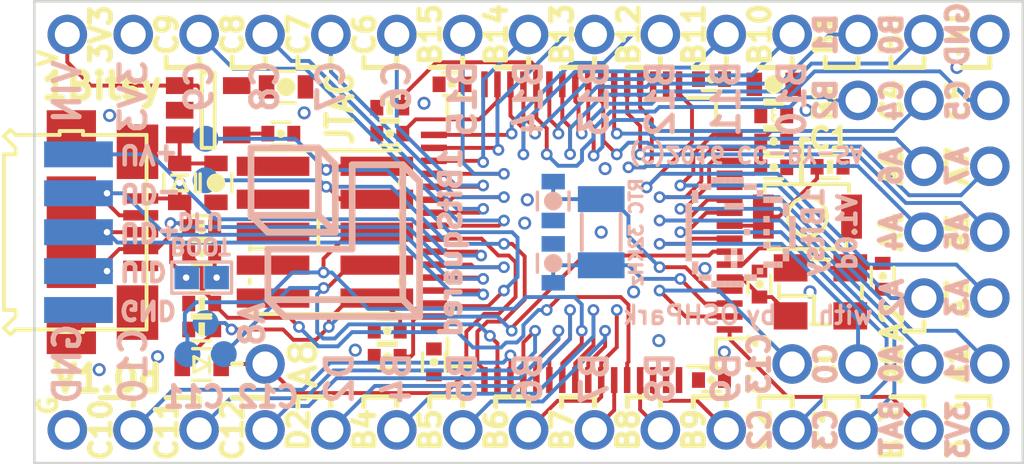
<source format=kicad_pcb>
(kicad_pcb (version 20171130) (host pcbnew 5.1.12-84ad8e8a86~92~ubuntu20.04.1)
  (title_block (title 1BitSy) (rev V1.0d) (company 1BitSquared) (comment 1 "(C) 2016 Piotr Esden-Tempski <piotr@esden.net>") (comment 2 "(C) 2016 1BitSquared LLC <info@1bitsquared.com>") (comment 3 "License: CC-BY-SA V4.0"))
  (layers (0 F.Cu signal) (31 B.Cu signal) (34 B.Paste user hide) (35 F.Paste user hide) (36 B.SilkS user hide) (37 F.SilkS user hide) (38 B.Mask user hide) (39 F.Mask user hide) (44 Edge.Cuts user))
  (net 0 "")
  (net 1 /VIN)
  (net 2 GND)
  (net 3 "Net-(C2-Pad1)")
  (net 4 "Net-(C3-Pad1)")
  (net 5 +3V3)
  (net 6 /OSC32_IN)
  (net 7 /OSC32_OUT)
  (net 8 /OSC_IN)
  (net 9 /OSC_OUT)
  (net 10 /USB_VBUS)
  (net 11 /BOOT0)
  (net 12 "Net-(C16-Pad1)")
  (net 13 "Net-(C17-Pad1)")
  (net 14 /JTAG_RST)
  (net 15 "Net-(LED1-PadA)")
  (net 16 /PA0)
  (net 17 /PA1)
  (net 18 /PA2)
  (net 19 /PA3)
  (net 20 /PA4)
  (net 21 /PA5)
  (net 22 /PA6)
  (net 23 /PA7)
  (net 24 /PA8)
  (net 25 /PC0)
  (net 26 /PC2)
  (net 27 /PC3)
  (net 28 /PC4)
  (net 29 /PC5)
  (net 30 /PC6)
  (net 31 /PC7)
  (net 32 /PC8)
  (net 33 /PC9)
  (net 34 /PC10)
  (net 35 /PC11)
  (net 36 /PC12)
  (net 37 /PC13)
  (net 38 /USB_D-)
  (net 39 /USB_D+)
  (net 40 /USB_ID)
  (net 41 /PB0)
  (net 42 /PB1)
  (net 43 /PB4)
  (net 44 /PB5)
  (net 45 /PB6)
  (net 46 /PB7)
  (net 47 /PB8)
  (net 48 /PB9)
  (net 49 /PB10)
  (net 50 /PB11)
  (net 51 /PB12)
  (net 52 /PB13)
  (net 53 /PB14)
  (net 54 /PB15)
  (net 55 /JTAG_TMS)
  (net 56 /JTAG_TCK)
  (net 57 /JTAG_TDI)
  (net 58 /JTAG_TDO)
  (net 59 "Net-(C15-Pad1)")
  (net 60 /PB2)
  (net 61 /BUTTON)
  (net 62 /VBAT)
  (net 63 /PD2)
  (module pkl_misc:via0305 (layer F.Cu) (at 115.35 40.75)
    (fp_text reference REF** hide)
    (fp_text value via0305 hide)
    (pad 1 thru_hole circle (at 0 0) (size 0.5 0.5) (drill 0.3) (layers *.Cu))
  )
  (module pkl_misc:via0305 (layer F.Cu) (at 130.08 41.02)
    (fp_text reference REF** hide)
    (fp_text value via0305 hide)
    (pad 1 thru_hole circle (at 0 0) (size 0.5 0.5) (drill 0.3) (layers *.Cu))
  )
  (module pkl_misc:via0305 (layer F.Cu) (at 112.6998 50.2666)
    (fp_text reference REF** hide)
    (fp_text value via0305 hide)
    (pad 1 thru_hole circle (at 0 0) (size 0.5 0.5) (drill 0.3) (layers *.Cu))
  )
  (module pkl_jumpers:J_0603 (layer B.Cu) (at 106.78 47.47)
    (fp_text reference J1 hide)
    (fp_text value BOOT hide)
    (pad 1 smd rect (at -0.575 0) (size 0.95 0.9) (layers B.Cu B.Paste B.Mask))
    (pad 2 smd rect (at 0.575 0) (size 0.95 0.9) (layers B.Cu B.Paste B.Mask))
  )
  (module pkl_misc:via0305 (layer F.Cu) (at 103.23 41.22)
    (fp_text reference REF** hide)
    (fp_text value via0305 hide)
    (pad 1 thru_hole circle (at 0 0) (size 0.5 0.5) (drill 0.3) (layers *.Cu))
  )
  (module pkl_misc:via0305 (layer F.Cu) (at 105.0798 50.5206)
    (fp_text reference REF** hide)
    (fp_text value via0305 hide)
    (pad 1 thru_hole circle (at 0 0) (size 0.5 0.5) (drill 0.3) (layers *.Cu))
  )
  (module pkl_dipol:C_0603 (layer F.Cu) (at 107.33 43.82 270)
    (fp_text reference C1)
    (fp_text value 4u7)
    (pad 1 smd rect (at -0.75 0 270) (size 0.6 0.9) (layers F.Cu F.Paste F.Mask) (net 1 /VIN))
    (pad 2 smd rect (at 0.75 0 270) (size 0.6 0.9) (layers F.Cu F.Paste F.Mask))
  )
  (module pkl_dipol:C_0402 (layer F.Cu) (at 128.83 42.22)
    (fp_text reference C2)
    (fp_text value 1u)
    (pad 1 smd rect (at -0.5 0) (size 0.5 0.6) (layers F.Cu F.Paste F.Mask) (net 3 "Net-(C2-Pad1)"))
    (pad 2 smd rect (at 0.5 0) (size 0.5 0.6) (layers F.Cu F.Paste F.Mask))
  )
  (module pkl_dipol:C_0402 (layer F.Cu) (at 109.83 41.92)
    (fp_text reference C3)
    (fp_text value 470p)
    (pad 1 smd rect (at -0.5 0) (size 0.5 0.6) (layers F.Cu F.Paste F.Mask) (net 4 "Net-(C3-Pad1)"))
    (pad 2 smd rect (at 0.5 0) (size 0.5 0.6) (layers F.Cu F.Paste F.Mask))
  )
  (module pkl_dipol:C_0402 (layer F.Cu) (at 128.829999 43.22)
    (fp_text reference C4)
    (fp_text value 100n)
    (pad 1 smd rect (at -0.5 0) (size 0.5 0.6) (layers F.Cu F.Paste F.Mask) (net 3 "Net-(C2-Pad1)"))
    (pad 2 smd rect (at 0.5 0) (size 0.5 0.6) (layers F.Cu F.Paste F.Mask))
  )
  (module pkl_dipol:C_0603 (layer F.Cu) (at 128.83 40.02)
    (fp_text reference C5)
    (fp_text value 4u7)
    (pad 1 smd rect (at -0.75 0) (size 0.6 0.9) (layers F.Cu F.Paste F.Mask))
    (pad 2 smd rect (at 0.75 0) (size 0.6 0.9) (layers F.Cu F.Paste F.Mask))
  )
  (module pkl_dipol:C_0402 (layer F.Cu) (at 128.28 47.72 270)
    (fp_text reference C8)
    (fp_text value 10p)
    (pad 1 smd rect (at -0.5 0 270) (size 0.5 0.6) (layers F.Cu F.Paste F.Mask))
    (pad 2 smd rect (at 0.5 0 270) (size 0.5 0.6) (layers F.Cu F.Paste F.Mask) (net 8 /OSC_IN))
  )
  (module pkl_dipol:C_0402 (layer F.Cu) (at 133.03 47.42 90)
    (fp_text reference C9)
    (fp_text value 10p)
    (pad 1 smd rect (at -0.5 0 90) (size 0.5 0.6) (layers F.Cu F.Paste F.Mask))
    (pad 2 smd rect (at 0.5 0 90) (size 0.5 0.6) (layers F.Cu F.Paste F.Mask) (net 9 /OSC_OUT))
  )
  (module pkl_dipol:C_0402 (layer F.Cu) (at 126.43 39.82)
    (fp_text reference C10)
    (fp_text value 100n)
    (pad 1 smd rect (at -0.5 0) (size 0.5 0.6) (layers F.Cu F.Paste F.Mask))
    (pad 2 smd rect (at 0.5 0) (size 0.5 0.6) (layers F.Cu F.Paste F.Mask))
  )
  (module pkl_dipol:C_0402 (layer F.Cu) (at 116.43 40.02 180)
    (fp_text reference C11)
    (fp_text value 100n)
    (pad 1 smd rect (at -0.5 0 180) (size 0.5 0.6) (layers F.Cu F.Paste F.Mask))
    (pad 2 smd rect (at 0.5 0 180) (size 0.5 0.6) (layers F.Cu F.Paste F.Mask))
  )
  (module pkl_dipol:C_0402 (layer F.Cu) (at 115.73 50.72 270)
    (fp_text reference C12)
    (fp_text value 100n)
    (pad 1 smd rect (at -0.5 0 270) (size 0.5 0.6) (layers F.Cu F.Paste F.Mask))
    (pad 2 smd rect (at 0.5 0 270) (size 0.5 0.6) (layers F.Cu F.Paste F.Mask))
  )
  (module pkl_dipol:C_0603 (layer F.Cu) (at 110.03 40.12)
    (fp_text reference C13)
    (fp_text value 4u7)
    (pad 1 smd rect (at -0.75 0) (size 0.6 0.9) (layers F.Cu F.Paste F.Mask))
    (pad 2 smd rect (at 0.75 0) (size 0.6 0.9) (layers F.Cu F.Paste F.Mask))
  )
  (module pkl_dipol:C_0402 (layer F.Cu) (at 126.43 51.42)
    (fp_text reference C14)
    (fp_text value 100n)
    (pad 1 smd rect (at -0.5 0) (size 0.5 0.6) (layers F.Cu F.Paste F.Mask))
    (pad 2 smd rect (at 0.5 0) (size 0.5 0.6) (layers F.Cu F.Paste F.Mask))
  )
  (module pkl_dipol:C_0402 (layer F.Cu) (at 106.78 46.52 180)
    (fp_text reference C15)
    (fp_text value 1u)
    (pad 1 smd rect (at -0.5 0 180) (size 0.5 0.6) (layers F.Cu F.Paste F.Mask) (net 59 "Net-(C15-Pad1)"))
    (pad 2 smd rect (at 0.5 0 180) (size 0.5 0.6) (layers F.Cu F.Paste F.Mask) (net 11 /BOOT0))
  )
  (module pkl_dipol:C_0402 (layer F.Cu) (at 113.93 50.52 180)
    (fp_text reference C16)
    (fp_text value 2u2)
    (pad 1 smd rect (at -0.5 0 180) (size 0.5 0.6) (layers F.Cu F.Paste F.Mask) (net 12 "Net-(C16-Pad1)"))
    (pad 2 smd rect (at 0.5 0 180) (size 0.5 0.6) (layers F.Cu F.Paste F.Mask))
  )
  (module pkl_dipol:C_0402 (layer F.Cu) (at 114.03 41.92 180)
    (fp_text reference C17)
    (fp_text value 2u2)
    (pad 1 smd rect (at -0.5 0 180) (size 0.5 0.6) (layers F.Cu F.Paste F.Mask) (net 13 "Net-(C17-Pad1)"))
    (pad 2 smd rect (at 0.5 0 180) (size 0.5 0.6) (layers F.Cu F.Paste F.Mask))
  )
  (module pkl_dipol:C_0402 (layer F.Cu) (at 113.93 49.52 180)
    (fp_text reference C18)
    (fp_text value 100n)
    (pad 1 smd rect (at -0.5 0 180) (size 0.5 0.6) (layers F.Cu F.Paste F.Mask) (net 14 /JTAG_RST))
    (pad 2 smd rect (at 0.5 0 180) (size 0.5 0.6) (layers F.Cu F.Paste F.Mask))
  )
  (module pkl_dipol:D_0603 (layer F.Cu) (at 105.93 43.82 270)
    (fp_text reference D1)
    (fp_text value >100mA)
    (pad A smd rect (at 0.75 0 90) (size 0.6 0.9) (layers F.Cu F.Paste F.Mask) (net 10 /USB_VBUS))
    (pad C smd rect (at -0.75 0 90) (size 0.6 0.9) (layers F.Cu F.Paste F.Mask) (net 1 /VIN))
  )
  (module pkl_dipol:L_0402 (layer F.Cu) (at 128.83 41.22)
    (fp_text reference L1)
    (fp_text value "600 Ferrite")
    (pad 1 smd rect (at -0.5 0) (size 0.5 0.6) (layers F.Cu F.Paste F.Mask))
    (pad 2 smd rect (at 0.5 0) (size 0.5 0.6) (layers F.Cu F.Paste F.Mask) (net 3 "Net-(C2-Pad1)"))
  )
  (module pkl_dipol:D_0603 (layer F.Cu) (at 106.78 50.82 180)
    (fp_text reference LED1)
    (fp_text value ORA)
    (pad A smd rect (at 0.75 0) (size 0.6 0.9) (layers F.Cu F.Paste F.Mask) (net 15 "Net-(LED1-PadA)"))
    (pad C smd rect (at -0.75 0) (size 0.6 0.9) (layers F.Cu F.Paste F.Mask) (net 24 /PA8))
  )
  (module pkl_pin_headers:Pin_Header_Straight_Round_1x01 (layer F.Cu) (at 134.62 50.8 180)
    (fp_text reference P1 hide)
    (fp_text value CONN_01X01 hide)
    (pad 1 thru_hole circle (at 0 0 180) (size 1.524 1.524) (drill 0.9652) (layers *.Cu *.Mask) (net 16 /PA0))
  )
  (module pkl_pin_headers:Pin_Header_Straight_Round_1x01 (layer F.Cu) (at 137.16 50.8 180)
    (fp_text reference P2 hide)
    (fp_text value CONN_01X01 hide)
    (pad 1 thru_hole circle (at 0 0 180) (size 1.524 1.524) (drill 0.9652) (layers *.Cu *.Mask) (net 17 /PA1))
  )
  (module pkl_pin_headers:Pin_Header_Straight_Round_1x01 (layer F.Cu) (at 134.62 48.26 180)
    (fp_text reference P3 hide)
    (fp_text value CONN_01X01 hide)
    (pad 1 thru_hole circle (at 0 0 180) (size 1.524 1.524) (drill 0.9652) (layers *.Cu *.Mask) (net 18 /PA2))
  )
  (module pkl_pin_headers:Pin_Header_Straight_Round_1x01 (layer F.Cu) (at 137.16 48.26 180)
    (fp_text reference P4 hide)
    (fp_text value CONN_01X01 hide)
    (pad 1 thru_hole circle (at 0 0 180) (size 1.524 1.524) (drill 0.9652) (layers *.Cu *.Mask) (net 19 /PA3))
  )
  (module pkl_pin_headers:Pin_Header_Straight_Round_1x01 (layer F.Cu) (at 134.62 45.72 180)
    (fp_text reference P5 hide)
    (fp_text value CONN_01X01 hide)
    (pad 1 thru_hole circle (at 0 0 180) (size 1.524 1.524) (drill 0.9652) (layers *.Cu *.Mask) (net 20 /PA4))
  )
  (module pkl_pin_headers:Pin_Header_Straight_Round_1x01 (layer F.Cu) (at 137.16 45.72)
    (fp_text reference P6 hide)
    (fp_text value CONN_01X01 hide)
    (pad 1 thru_hole circle (at 0 0) (size 1.524 1.524) (drill 0.9652) (layers *.Cu *.Mask) (net 21 /PA5))
  )
  (module pkl_pin_headers:Pin_Header_Straight_Round_1x01 (layer F.Cu) (at 134.62 43.18 180)
    (fp_text reference P7 hide)
    (fp_text value CONN_01X01 hide)
    (pad 1 thru_hole circle (at 0 0 180) (size 1.524 1.524) (drill 0.9652) (layers *.Cu *.Mask) (net 22 /PA6))
  )
  (module pkl_pin_headers:Pin_Header_Straight_Round_1x01 (layer F.Cu) (at 137.16 43.18 180)
    (fp_text reference P8 hide)
    (fp_text value CONN_01X01 hide)
    (pad 1 thru_hole circle (at 0 0 180) (size 1.524 1.524) (drill 0.9652) (layers *.Cu *.Mask) (net 23 /PA7))
  )
  (module pkl_pin_headers:Pin_Header_Straight_Round_1x01 (layer F.Cu) (at 109.22 50.8)
    (fp_text reference P9 hide)
    (fp_text value CONN_01X01 hide)
    (pad 1 thru_hole circle (at 0 0) (size 1.524 1.524) (drill 0.9652) (layers *.Cu *.Mask) (net 24 /PA8))
  )
  (module pkl_pin_headers:Pin_Header_Straight_Round_1x01 (layer F.Cu) (at 132.08 50.8)
    (fp_text reference P10 hide)
    (fp_text value CONN_01X01 hide)
    (pad 1 thru_hole circle (at 0 0) (size 1.524 1.524) (drill 0.9652) (layers *.Cu *.Mask) (net 25 /PC0))
  )
  (module pkl_pin_headers:Pin_Header_Straight_Round_1x01 (layer F.Cu) (at 111.76 53.34)
    (fp_text reference P11 hide)
    (fp_text value CONN_01X01 hide)
    (pad 1 thru_hole circle (at 0 0) (size 1.524 1.524) (drill 0.9652) (layers *.Cu *.Mask) (net 63 /PD2))
  )
  (module pkl_pin_headers:Pin_Header_Straight_Round_1x01 (layer F.Cu) (at 129.54 53.34)
    (fp_text reference P12 hide)
    (fp_text value CONN_01X01 hide)
    (pad 1 thru_hole circle (at 0 0) (size 1.524 1.524) (drill 0.9652) (layers *.Cu *.Mask) (net 26 /PC2))
  )
  (module pkl_pin_headers:Pin_Header_Straight_Round_1x01 (layer F.Cu) (at 132.08 53.34 180)
    (fp_text reference P13 hide)
    (fp_text value CONN_01X01 hide)
    (pad 1 thru_hole circle (at 0 0 180) (size 1.524 1.524) (drill 0.9652) (layers *.Cu *.Mask) (net 27 /PC3))
  )
  (module pkl_pin_headers:Pin_Header_Straight_Round_1x01 (layer F.Cu) (at 134.62 40.64)
    (fp_text reference P14 hide)
    (fp_text value CONN_01X01 hide)
    (pad 1 thru_hole circle (at 0 0) (size 1.524 1.524) (drill 0.9652) (layers *.Cu *.Mask) (net 28 /PC4))
  )
  (module pkl_pin_headers:Pin_Header_Straight_Round_1x01 (layer F.Cu) (at 137.16 40.64 180)
    (fp_text reference P15 hide)
    (fp_text value CONN_01X01 hide)
    (pad 1 thru_hole circle (at 0 0 180) (size 1.524 1.524) (drill 0.9652) (layers *.Cu *.Mask) (net 29 /PC5))
  )
  (module pkl_pin_headers:Pin_Header_Straight_Round_1x01 (layer F.Cu) (at 114.3 38.1)
    (fp_text reference P16 hide)
    (fp_text value CONN_01X01 hide)
    (pad 1 thru_hole circle (at 0 0) (size 1.524 1.524) (drill 0.9652) (layers *.Cu *.Mask) (net 30 /PC6))
  )
  (module pkl_pin_headers:Pin_Header_Straight_Round_1x01 (layer F.Cu) (at 111.76 38.1)
    (fp_text reference P17 hide)
    (fp_text value CONN_01X01 hide)
    (pad 1 thru_hole circle (at 0 0) (size 1.524 1.524) (drill 0.9652) (layers *.Cu *.Mask) (net 31 /PC7))
  )
  (module pkl_pin_headers:Pin_Header_Straight_Round_1x01 (layer F.Cu) (at 109.22 38.1)
    (fp_text reference P18 hide)
    (fp_text value CONN_01X01 hide)
    (pad 1 thru_hole circle (at 0 0) (size 1.524 1.524) (drill 0.9652) (layers *.Cu *.Mask) (net 32 /PC8))
  )
  (module pkl_pin_headers:Pin_Header_Straight_Round_1x01 (layer F.Cu) (at 106.68 38.1)
    (fp_text reference P19 hide)
    (fp_text value CONN_01X01 hide)
    (pad 1 thru_hole circle (at 0 0) (size 1.524 1.524) (drill 0.9652) (layers *.Cu *.Mask) (net 33 /PC9))
  )
  (module pkl_pin_headers:Pin_Header_Straight_Round_1x01 (layer F.Cu) (at 104.13 53.34)
    (fp_text reference P20 hide)
    (fp_text value CONN_01X01 hide)
    (pad 1 thru_hole circle (at 0 0) (size 1.524 1.524) (drill 0.9652) (layers *.Cu *.Mask) (net 34 /PC10))
  )
  (module pkl_pin_headers:Pin_Header_Straight_Round_1x01 (layer F.Cu) (at 106.68 53.34 180)
    (fp_text reference P21 hide)
    (fp_text value CONN_01X01 hide)
    (pad 1 thru_hole circle (at 0 0 180) (size 1.524 1.524) (drill 0.9652) (layers *.Cu *.Mask) (net 35 /PC11))
  )
  (module pkl_pin_headers:Pin_Header_Straight_Round_1x01 (layer F.Cu) (at 109.22 53.34)
    (fp_text reference P22 hide)
    (fp_text value CONN_01X01 hide)
    (pad 1 thru_hole circle (at 0 0) (size 1.524 1.524) (drill 0.9652) (layers *.Cu *.Mask) (net 36 /PC12))
  )
  (module pkl_pin_headers:Pin_Header_Straight_Round_1x01 (layer F.Cu) (at 129.54 50.8)
    (fp_text reference P23 hide)
    (fp_text value CONN_01X01 hide)
    (pad 1 thru_hole circle (at 0 0) (size 1.524 1.524) (drill 0.9652) (layers *.Cu *.Mask) (net 37 /PC13))
  )
  (module pkl_connectors:Connector_USB_Micro_B_SMD (layer F.Cu) (at 101.755 45.72 180)
    (fp_text reference P24)
    (fp_text value USB_OTG)
    (pad GND smd rect (at 0 1.2 270) (size 1.9 1.9) (layers F.Cu F.Paste F.Mask))
    (pad GND smd rect (at 0 -1.2 270) (size 1.9 1.9) (layers F.Cu F.Paste F.Mask))
    (pad GND smd rect (at 0 -3.8 270) (size 1.8 1.9) (layers F.Cu F.Paste F.Mask))
    (pad GND smd rect (at 0 3.8 270) (size 1.8 1.9) (layers F.Cu F.Paste F.Mask))
    (pad GND smd rect (at -2.55 -3.1 270) (size 2.1 1.6) (layers F.Cu F.Paste F.Mask))
    (pad GND smd rect (at -2.55 3.1 270) (size 2.1 1.6) (layers F.Cu F.Paste F.Mask))
    (pad 1 smd rect (at -2.675 1.3 270) (size 0.4 1.35) (layers F.Cu F.Paste F.Mask) (net 10 /USB_VBUS))
    (pad 2 smd rect (at -2.675 0.65 270) (size 0.4 1.35) (layers F.Cu F.Paste F.Mask) (net 38 /USB_D-))
    (pad 3 smd rect (at -2.675 0 270) (size 0.4 1.35) (layers F.Cu F.Paste F.Mask) (net 39 /USB_D+))
    (pad 4 smd rect (at -2.675 -0.65 270) (size 0.4 1.35) (layers F.Cu F.Paste F.Mask) (net 40 /USB_ID))
    (pad 5 smd rect (at -2.675 -1.3 270) (size 0.4 1.35) (layers F.Cu F.Paste F.Mask))
  )
  (module pkl_pin_headers:Pin_Header_Straight_Round_1x01 (layer F.Cu) (at 134.62 38.1)
    (fp_text reference P25 hide)
    (fp_text value CONN_01X01 hide)
    (pad 1 thru_hole circle (at 0 0) (size 1.524 1.524) (drill 0.9652) (layers *.Cu *.Mask) (net 41 /PB0))
  )
  (module pkl_pin_headers:Pin_Header_Straight_Round_1x01 (layer F.Cu) (at 132.08 38.1)
    (fp_text reference P26 hide)
    (fp_text value CONN_01X01 hide)
    (pad 1 thru_hole circle (at 0 0) (size 1.524 1.524) (drill 0.9652) (layers *.Cu *.Mask) (net 42 /PB1))
  )
  (module pkl_pin_headers:Pin_Header_Straight_Round_1x01 (layer F.Cu) (at 132.08 40.64)
    (fp_text reference P27 hide)
    (fp_text value CONN_01X01 hide)
    (pad 1 thru_hole circle (at 0 0) (size 1.524 1.524) (drill 0.9652) (layers *.Cu *.Mask) (net 60 /PB2))
  )
  (module pkl_pin_headers:Pin_Header_Straight_Round_1x01 (layer F.Cu) (at 114.3 53.34)
    (fp_text reference P28 hide)
    (fp_text value CONN_01X01 hide)
    (pad 1 thru_hole circle (at 0 0) (size 1.524 1.524) (drill 0.9652) (layers *.Cu *.Mask) (net 43 /PB4))
  )
  (module pkl_pin_headers:Pin_Header_Straight_Round_1x01 (layer F.Cu) (at 116.84 53.34 180)
    (fp_text reference P29 hide)
    (fp_text value CONN_01X01 hide)
    (pad 1 thru_hole circle (at 0 0 180) (size 1.524 1.524) (drill 0.9652) (layers *.Cu *.Mask) (net 44 /PB5))
  )
  (module pkl_pin_headers:Pin_Header_Straight_Round_1x01 (layer F.Cu) (at 119.38 53.34 180)
    (fp_text reference P30 hide)
    (fp_text value CONN_01X01 hide)
    (pad 1 thru_hole circle (at 0 0 180) (size 1.524 1.524) (drill 0.9652) (layers *.Cu *.Mask) (net 45 /PB6))
  )
  (module pkl_pin_headers:Pin_Header_Straight_Round_1x01 (layer F.Cu) (at 121.92 53.34 180)
    (fp_text reference P31 hide)
    (fp_text value CONN_01X01 hide)
    (pad 1 thru_hole circle (at 0 0 180) (size 1.524 1.524) (drill 0.9652) (layers *.Cu *.Mask) (net 46 /PB7))
  )
  (module pkl_pin_headers:Pin_Header_Straight_Round_1x01 (layer F.Cu) (at 124.46 53.34 180)
    (fp_text reference P32 hide)
    (fp_text value CONN_01X01 hide)
    (pad 1 thru_hole circle (at 0 0 180) (size 1.524 1.524) (drill 0.9652) (layers *.Cu *.Mask) (net 47 /PB8))
  )
  (module pkl_pin_headers:Pin_Header_Straight_Round_1x01 (layer F.Cu) (at 127 53.34)
    (fp_text reference P33 hide)
    (fp_text value CONN_01X01 hide)
    (pad 1 thru_hole circle (at 0 0) (size 1.524 1.524) (drill 0.9652) (layers *.Cu *.Mask) (net 48 /PB9))
  )
  (module pkl_pin_headers:Pin_Header_Straight_Round_1x01 (layer F.Cu) (at 129.54 38.1 180)
    (fp_text reference P34 hide)
    (fp_text value CONN_01X01 hide)
    (pad 1 thru_hole circle (at 0 0 180) (size 1.524 1.524) (drill 0.9652) (layers *.Cu *.Mask) (net 49 /PB10))
  )
  (module pkl_pin_headers:Pin_Header_Straight_Round_1x01 (layer F.Cu) (at 127 38.1)
    (fp_text reference P35 hide)
    (fp_text value CONN_01X01 hide)
    (pad 1 thru_hole circle (at 0 0) (size 1.524 1.524) (drill 0.9652) (layers *.Cu *.Mask) (net 50 /PB11))
  )
  (module pkl_pin_headers:Pin_Header_Straight_Round_1x01 (layer F.Cu) (at 124.46 38.1)
    (fp_text reference P36 hide)
    (fp_text value CONN_01X01 hide)
    (pad 1 thru_hole circle (at 0 0) (size 1.524 1.524) (drill 0.9652) (layers *.Cu *.Mask) (net 51 /PB12))
  )
  (module pkl_pin_headers:Pin_Header_Straight_Round_1x01 (layer F.Cu) (at 121.92 38.1)
    (fp_text reference P37 hide)
    (fp_text value CONN_01X01 hide)
    (pad 1 thru_hole circle (at 0 0) (size 1.524 1.524) (drill 0.9652) (layers *.Cu *.Mask) (net 52 /PB13))
  )
  (module pkl_pin_headers:Pin_Header_Straight_Round_1x01 (layer F.Cu) (at 119.38 38.1)
    (fp_text reference P38 hide)
    (fp_text value CONN_01X01 hide)
    (pad 1 thru_hole circle (at 0 0) (size 1.524 1.524) (drill 0.9652) (layers *.Cu *.Mask) (net 53 /PB14))
  )
  (module pkl_pin_headers:Pin_Header_Straight_Round_1x01 (layer F.Cu) (at 116.84 38.1 180)
    (fp_text reference P39 hide)
    (fp_text value CONN_01X01 hide)
    (pad 1 thru_hole circle (at 0 0 180) (size 1.524 1.524) (drill 0.9652) (layers *.Cu *.Mask) (net 54 /PB15))
  )
  (module pkl_dipol:R_0402 (layer F.Cu) (at 106.78 45.52)
    (fp_text reference R1)
    (fp_text value 10k)
    (pad 1 smd rect (at -0.5 0) (size 0.5 0.6) (layers F.Cu F.Paste F.Mask) (net 10 /USB_VBUS))
    (pad 2 smd rect (at 0.5 0) (size 0.5 0.6) (layers F.Cu F.Paste F.Mask))
  )
  (module pkl_dipol:R_0402 (layer F.Cu) (at 114.03 40.92 180)
    (fp_text reference R2)
    (fp_text value 10k)
    (pad 1 smd rect (at -0.5 0 180) (size 0.5 0.6) (layers F.Cu F.Paste F.Mask) (net 60 /PB2))
    (pad 2 smd rect (at 0.5 0 180) (size 0.5 0.6) (layers F.Cu F.Paste F.Mask))
  )
  (module pkl_dipol:R_0402 (layer F.Cu) (at 106.78 48.47 180)
    (fp_text reference R3)
    (fp_text value 10k)
    (pad 1 smd rect (at -0.5 0 180) (size 0.5 0.6) (layers F.Cu F.Paste F.Mask) (net 11 /BOOT0))
    (pad 2 smd rect (at 0.5 0 180) (size 0.5 0.6) (layers F.Cu F.Paste F.Mask))
  )
  (module pkl_dipol:R_0402 (layer F.Cu) (at 106.78 49.47)
    (fp_text reference R4)
    (fp_text value 300)
    (pad 1 smd rect (at -0.5 0) (size 0.5 0.6) (layers F.Cu F.Paste F.Mask))
    (pad 2 smd rect (at 0.5 0) (size 0.5 0.6) (layers F.Cu F.Paste F.Mask) (net 15 "Net-(LED1-PadA)"))
  )
  (module pkl_dipol:R_0402 (layer F.Cu) (at 131 43.2 180)
    (fp_text reference R5)
    (fp_text value 10k)
    (pad 1 smd rect (at -0.5 0 180) (size 0.5 0.6) (layers F.Cu F.Paste F.Mask))
    (pad 2 smd rect (at 0.5 0 180) (size 0.5 0.6) (layers F.Cu F.Paste F.Mask) (net 61 /BUTTON))
  )
  (module pkl_housings_sot:SOT-23-5 (layer F.Cu) (at 107.03 41.02 180)
    (fp_text reference U1)
    (fp_text value VREG_3V3)
    (pad 1 smd rect (at 1.1 0.95) (size 1.06 0.65) (layers F.Cu F.Paste F.Mask) (net 1 /VIN))
    (pad 2 smd rect (at 1.1 0) (size 1.06 0.65) (layers F.Cu F.Paste F.Mask))
    (pad 3 smd rect (at 1.1 -0.95) (size 1.06 0.65) (layers F.Cu F.Paste F.Mask) (net 1 /VIN))
    (pad 4 smd rect (at -1.1 -0.95) (size 1.06 0.65) (layers F.Cu F.Paste F.Mask) (net 4 "Net-(C3-Pad1)"))
    (pad 5 smd rect (at -1.1 0.95) (size 1.06 0.65) (layers F.Cu F.Paste F.Mask))
  )
  (module pkl_housings_qfp:LQFP-64_10x10mm_Pitch0.5mm (layer F.Cu) (at 121.43 45.72 180)
    (fp_text reference U2)
    (fp_text value STM32F415RGT)
    (pad 1 smd rect (at -5.7 -3.75 180) (size 1 0.25) (layers F.Cu F.Paste F.Mask) (net 62 /VBAT))
    (pad 2 smd rect (at -5.7 -3.25 180) (size 1 0.25) (layers F.Cu F.Paste F.Mask) (net 37 /PC13))
    (pad 3 smd rect (at -5.7 -2.75 180) (size 1 0.25) (layers F.Cu F.Paste F.Mask) (net 6 /OSC32_IN))
    (pad 4 smd rect (at -5.7 -2.25 180) (size 1 0.25) (layers F.Cu F.Paste F.Mask) (net 7 /OSC32_OUT))
    (pad 5 smd rect (at -5.7 -1.75 180) (size 1 0.25) (layers F.Cu F.Paste F.Mask) (net 8 /OSC_IN))
    (pad 6 smd rect (at -5.7 -1.25 180) (size 1 0.25) (layers F.Cu F.Paste F.Mask) (net 9 /OSC_OUT))
    (pad 7 smd rect (at -5.7 -0.75 180) (size 1 0.25) (layers F.Cu F.Paste F.Mask) (net 14 /JTAG_RST))
    (pad 8 smd rect (at -5.7 -0.25 180) (size 1 0.25) (layers F.Cu F.Paste F.Mask) (net 25 /PC0))
    (pad 9 smd rect (at -5.7 0.25 180) (size 1 0.25) (layers F.Cu F.Paste F.Mask) (net 61 /BUTTON))
    (pad 10 smd rect (at -5.7 0.75 180) (size 1 0.25) (layers F.Cu F.Paste F.Mask) (net 26 /PC2))
    (pad 11 smd rect (at -5.7 1.25 180) (size 1 0.25) (layers F.Cu F.Paste F.Mask) (net 27 /PC3))
    (pad 12 smd rect (at -5.7 1.75 180) (size 1 0.25) (layers F.Cu F.Paste F.Mask))
    (pad 13 smd rect (at -5.7 2.25 180) (size 1 0.25) (layers F.Cu F.Paste F.Mask) (net 3 "Net-(C2-Pad1)"))
    (pad 14 smd rect (at -5.7 2.75 180) (size 1 0.25) (layers F.Cu F.Paste F.Mask) (net 16 /PA0))
    (pad 15 smd rect (at -5.7 3.25 180) (size 1 0.25) (layers F.Cu F.Paste F.Mask) (net 17 /PA1))
    (pad 16 smd rect (at -5.7 3.75 180) (size 1 0.25) (layers F.Cu F.Paste F.Mask) (net 18 /PA2))
    (pad 17 smd rect (at -3.75 5.7 270) (size 1 0.25) (layers F.Cu F.Paste F.Mask) (net 19 /PA3))
    (pad 18 smd rect (at -3.25 5.7 270) (size 1 0.25) (layers F.Cu F.Paste F.Mask))
    (pad 19 smd rect (at -2.75 5.7 270) (size 1 0.25) (layers F.Cu F.Paste F.Mask))
    (pad 20 smd rect (at -2.25 5.7 270) (size 1 0.25) (layers F.Cu F.Paste F.Mask) (net 20 /PA4))
    (pad 21 smd rect (at -1.75 5.7 270) (size 1 0.25) (layers F.Cu F.Paste F.Mask) (net 21 /PA5))
    (pad 22 smd rect (at -1.25 5.7 270) (size 1 0.25) (layers F.Cu F.Paste F.Mask) (net 22 /PA6))
    (pad 23 smd rect (at -0.75 5.7 270) (size 1 0.25) (layers F.Cu F.Paste F.Mask) (net 23 /PA7))
    (pad 24 smd rect (at -0.25 5.7 270) (size 1 0.25) (layers F.Cu F.Paste F.Mask) (net 28 /PC4))
    (pad 25 smd rect (at 0.25 5.7 270) (size 1 0.25) (layers F.Cu F.Paste F.Mask) (net 29 /PC5))
    (pad 26 smd rect (at 0.75 5.7 270) (size 1 0.25) (layers F.Cu F.Paste F.Mask) (net 41 /PB0))
    (pad 27 smd rect (at 1.25 5.7 270) (size 1 0.25) (layers F.Cu F.Paste F.Mask) (net 42 /PB1))
    (pad 28 smd rect (at 1.75 5.7 270) (size 1 0.25) (layers F.Cu F.Paste F.Mask) (net 60 /PB2))
    (pad 29 smd rect (at 2.25 5.7 270) (size 1 0.25) (layers F.Cu F.Paste F.Mask) (net 49 /PB10))
    (pad 30 smd rect (at 2.75 5.7 270) (size 1 0.25) (layers F.Cu F.Paste F.Mask) (net 50 /PB11))
    (pad 31 smd rect (at 3.25 5.7 270) (size 1 0.25) (layers F.Cu F.Paste F.Mask) (net 13 "Net-(C17-Pad1)"))
    (pad 32 smd rect (at 3.75 5.7 270) (size 1 0.25) (layers F.Cu F.Paste F.Mask))
    (pad 33 smd rect (at 5.7 3.75 180) (size 1 0.25) (layers F.Cu F.Paste F.Mask) (net 51 /PB12))
    (pad 34 smd rect (at 5.7 3.25 180) (size 1 0.25) (layers F.Cu F.Paste F.Mask) (net 52 /PB13))
    (pad 35 smd rect (at 5.7 2.75 180) (size 1 0.25) (layers F.Cu F.Paste F.Mask) (net 53 /PB14))
    (pad 36 smd rect (at 5.7 2.25 180) (size 1 0.25) (layers F.Cu F.Paste F.Mask) (net 54 /PB15))
    (pad 37 smd rect (at 5.7 1.75 180) (size 1 0.25) (layers F.Cu F.Paste F.Mask) (net 30 /PC6))
    (pad 38 smd rect (at 5.7 1.25 180) (size 1 0.25) (layers F.Cu F.Paste F.Mask) (net 31 /PC7))
    (pad 39 smd rect (at 5.7 0.75 180) (size 1 0.25) (layers F.Cu F.Paste F.Mask) (net 32 /PC8))
    (pad 40 smd rect (at 5.7 0.25 180) (size 1 0.25) (layers F.Cu F.Paste F.Mask) (net 33 /PC9))
    (pad 41 smd rect (at 5.7 -0.25 180) (size 1 0.25) (layers F.Cu F.Paste F.Mask) (net 24 /PA8))
    (pad 42 smd rect (at 5.7 -0.75 180) (size 1 0.25) (layers F.Cu F.Paste F.Mask) (net 10 /USB_VBUS))
    (pad 43 smd rect (at 5.7 -1.25 180) (size 1 0.25) (layers F.Cu F.Paste F.Mask) (net 40 /USB_ID))
    (pad 44 smd rect (at 5.7 -1.75 180) (size 1 0.25) (layers F.Cu F.Paste F.Mask) (net 38 /USB_D-))
    (pad 45 smd rect (at 5.7 -2.25 180) (size 1 0.25) (layers F.Cu F.Paste F.Mask) (net 39 /USB_D+))
    (pad 46 smd rect (at 5.7 -2.75 180) (size 1 0.25) (layers F.Cu F.Paste F.Mask) (net 55 /JTAG_TMS))
    (pad 47 smd rect (at 5.7 -3.25 180) (size 1 0.25) (layers F.Cu F.Paste F.Mask) (net 12 "Net-(C16-Pad1)"))
    (pad 48 smd rect (at 5.7 -3.75 180) (size 1 0.25) (layers F.Cu F.Paste F.Mask))
    (pad 49 smd rect (at 3.75 -5.7 270) (size 1 0.25) (layers F.Cu F.Paste F.Mask) (net 56 /JTAG_TCK))
    (pad 50 smd rect (at 3.25 -5.7 270) (size 1 0.25) (layers F.Cu F.Paste F.Mask) (net 57 /JTAG_TDI))
    (pad 51 smd rect (at 2.75 -5.7 270) (size 1 0.25) (layers F.Cu F.Paste F.Mask) (net 34 /PC10))
    (pad 52 smd rect (at 2.25 -5.7 270) (size 1 0.25) (layers F.Cu F.Paste F.Mask) (net 35 /PC11))
    (pad 53 smd rect (at 1.75 -5.7 270) (size 1 0.25) (layers F.Cu F.Paste F.Mask) (net 36 /PC12))
    (pad 54 smd rect (at 1.25 -5.7 270) (size 1 0.25) (layers F.Cu F.Paste F.Mask) (net 63 /PD2))
    (pad 55 smd rect (at 0.75 -5.7 270) (size 1 0.25) (layers F.Cu F.Paste F.Mask) (net 58 /JTAG_TDO))
    (pad 56 smd rect (at 0.25 -5.7 270) (size 1 0.25) (layers F.Cu F.Paste F.Mask) (net 43 /PB4))
    (pad 57 smd rect (at -0.25 -5.7 270) (size 1 0.25) (layers F.Cu F.Paste F.Mask) (net 44 /PB5))
    (pad 58 smd rect (at -0.75 -5.7 270) (size 1 0.25) (layers F.Cu F.Paste F.Mask) (net 45 /PB6))
    (pad 59 smd rect (at -1.25 -5.7 270) (size 1 0.25) (layers F.Cu F.Paste F.Mask) (net 46 /PB7))
    (pad 60 smd rect (at -1.75 -5.7 270) (size 1 0.25) (layers F.Cu F.Paste F.Mask) (net 11 /BOOT0))
    (pad 61 smd rect (at -2.25 -5.7 270) (size 1 0.25) (layers F.Cu F.Paste F.Mask) (net 47 /PB8))
    (pad 62 smd rect (at -2.75 -5.7 270) (size 1 0.25) (layers F.Cu F.Paste F.Mask) (net 48 /PB9))
    (pad 63 smd rect (at -3.25 -5.7 270) (size 1 0.25) (layers F.Cu F.Paste F.Mask))
    (pad 64 smd rect (at -3.75 -5.7 270) (size 1 0.25) (layers F.Cu F.Paste F.Mask))
  )
  (module pkl_misc:ABM8 (layer F.Cu) (at 130.63 48.02)
    (fp_text reference X2)
    (fp_text value 25MHz)
    (pad 1 smd rect (at -1.15 0.925) (size 1.3 1.05) (layers F.Cu F.Paste F.Mask) (net 8 /OSC_IN))
    (pad 2 smd rect (at 1.15 -0.925) (size 1.3 1.05) (layers F.Cu F.Paste F.Mask) (net 9 /OSC_OUT))
    (pad GND smd rect (at -1.15 -0.925) (size 1.3 1.05) (layers F.Cu F.Paste F.Mask))
    (pad GND smd rect (at 1.15 0.925) (size 1.3 1.05) (layers F.Cu F.Paste F.Mask))
  )
  (module pkl_samtec:FTSH-105-XX-X-DV (layer F.Cu) (at 111.53 45.72 90)
    (fp_text reference X3)
    (fp_text value JTAG-10)
    (pad 1 smd rect (at 2.54 -2 270) (size 0.74 2.8) (layers F.Cu F.Paste F.Mask))
    (pad 2 smd rect (at 2.54 2 270) (size 0.74 2.8) (layers F.Cu F.Paste F.Mask) (net 55 /JTAG_TMS))
    (pad 3 smd rect (at 1.27 -2 270) (size 0.74 2.8) (layers F.Cu F.Paste F.Mask))
    (pad 4 smd rect (at 1.27 2 270) (size 0.74 2.8) (layers F.Cu F.Paste F.Mask) (net 56 /JTAG_TCK))
    (pad 5 smd rect (at 0 -2 270) (size 0.74 2.8) (layers F.Cu F.Paste F.Mask))
    (pad 6 smd rect (at 0 2 270) (size 0.74 2.8) (layers F.Cu F.Paste F.Mask) (net 58 /JTAG_TDO))
    (pad 7 smd rect (at -1.27 -2 270) (size 0.74 2.8) (layers F.Cu F.Paste F.Mask))
    (pad 8 smd rect (at -1.27 2 270) (size 0.74 2.8) (layers F.Cu F.Paste F.Mask) (net 57 /JTAG_TDI))
    (pad 9 smd rect (at -2.54 -2 270) (size 0.74 2.8) (layers F.Cu F.Paste F.Mask))
    (pad 10 smd rect (at -2.54 2 270) (size 0.74 2.8) (layers F.Cu F.Paste F.Mask) (net 14 /JTAG_RST))
  )
  (module pkl_pin_headers:Pin_Header_Straight_Round_1x01 (layer F.Cu) (at 101.6 38.1)
    (fp_text reference P40 hide)
    (fp_text value CONN_01X01 hide)
    (pad 1 thru_hole circle (at 0 0) (size 1.524 1.524) (drill 0.9652) (layers *.Cu *.Mask) (net 1 /VIN))
  )
  (module pkl_pin_headers:Pin_Header_Straight_Round_1x01 (layer F.Cu) (at 101.6 53.34)
    (fp_text reference P41 hide)
    (fp_text value CONN_01X01 hide)
    (pad 1 thru_hole circle (at 0 0) (size 1.524 1.524) (drill 0.9652) (layers *.Cu *.Mask))
  )
  (module pkl_buttons_switches:Tact_Switch_Top_B3U-1000P (layer F.Cu) (at 130.13 45.12 270)
    (fp_text reference SW1)
    (fp_text value TACT)
    (pad 1 smd rect (at 0 -1.7 180) (size 0.8 1.7) (layers F.Cu F.Paste F.Mask))
    (pad 2 smd rect (at 0 1.7 180) (size 0.8 1.7) (layers F.Cu F.Paste F.Mask) (net 61 /BUTTON))
  )
  (module pkl_dipol:C_0603 (layer B.Cu) (at 120.33 46.92 270)
    (fp_text reference C6)
    (fp_text value 10p)
    (pad 1 smd rect (at -0.75 0 270) (size 0.6 0.9) (layers B.Cu B.Paste B.Mask))
    (pad 2 smd rect (at 0.75 0 270) (size 0.6 0.9) (layers B.Cu B.Paste B.Mask) (net 6 /OSC32_IN))
  )
  (module pkl_dipol:C_0603 (layer B.Cu) (at 120.33 44.52 90)
    (fp_text reference C7)
    (fp_text value 10p)
    (pad 1 smd rect (at -0.75 0 90) (size 0.6 0.9) (layers B.Cu B.Paste B.Mask))
    (pad 2 smd rect (at 0.75 0 90) (size 0.6 0.9) (layers B.Cu B.Paste B.Mask) (net 7 /OSC32_OUT))
  )
  (module pkl_pin_headers:Pin_Header_Straight_Round_1x01 (layer F.Cu) (at 104.14 38.1)
    (fp_text reference P42 hide)
    (fp_text value CONN_01X01 hide)
    (pad 1 thru_hole circle (at 0 0) (size 1.524 1.524) (drill 0.9652) (layers *.Cu *.Mask))
  )
  (module pkl_pin_headers:Pin_Header_Straight_Round_1x01 (layer F.Cu) (at 134.62 53.34)
    (fp_text reference P53 hide)
    (fp_text value CONN_01X01 hide)
    (pad 1 thru_hole circle (at 0 0) (size 1.524 1.524) (drill 0.9652) (layers *.Cu *.Mask) (net 62 /VBAT))
  )
  (module pkl_misc:ABS07 (layer B.Cu) (at 122.18 45.72 270)
    (fp_text reference X1)
    (fp_text value 32.768kHz)
    (pad 1 smd rect (at -1.275 0 270) (size 1 1.8) (layers B.Cu B.Paste B.Mask) (net 7 /OSC32_OUT))
    (pad 2 smd rect (at 1.275 0 270) (size 1 1.8) (layers B.Cu B.Paste B.Mask) (net 6 /OSC32_IN))
  )
  (module pkl_pads:POGO_PAD_SMD_R_1x1 (layer B.Cu) (at 106.93 42.12)
    (fp_text reference P43 hide)
    (fp_text value TP hide)
    (pad 1 smd oval (at 0 0) (size 1 1) (layers B.Cu B.Mask) (net 55 /JTAG_TMS))
  )
  (module pkl_pads:POGO_PAD_SMD_R_1x1 (layer B.Cu) (at 106.93 43.72)
    (fp_text reference P44 hide)
    (fp_text value TP hide)
    (pad 1 smd oval (at 0 0) (size 1 1) (layers B.Cu B.Mask) (net 56 /JTAG_TCK))
  )
  (module pkl_pads:POGO_PAD_SMD_R_1x1 (layer B.Cu) (at 106.23 50.42)
    (fp_text reference P45 hide)
    (fp_text value TP hide)
    (pad 1 smd oval (at 0 0) (size 1 1) (layers B.Cu B.Mask) (net 58 /JTAG_TDO))
  )
  (module pkl_pads:POGO_PAD_SMD_R_1x1 (layer B.Cu) (at 107.63 50.42)
    (fp_text reference P46 hide)
    (fp_text value TP hide)
    (pad 1 smd oval (at 0 0) (size 1 1) (layers B.Cu B.Mask) (net 57 /JTAG_TDI))
  )
  (module pkl_pads:POGO_PAD_SMD_R_1x1 (layer B.Cu) (at 106.93 49.22)
    (fp_text reference P47 hide)
    (fp_text value TP hide)
    (pad 1 smd oval (at 0 0) (size 1 1) (layers B.Cu B.Mask) (net 14 /JTAG_RST))
  )
  (module pkl_pads:PAD_SMD_1x2.65 (layer B.Cu) (at 102.03 42.72)
    (fp_text reference P48 hide)
    (fp_text value CONN_01X01 hide)
    (pad 1 smd rect (at 0 0) (size 2.65 1) (layers B.Cu B.Mask) (net 10 /USB_VBUS))
  )
  (module pkl_pads:PAD_SMD_1x2.65 (layer B.Cu) (at 102.03 44.22)
    (fp_text reference P49 hide)
    (fp_text value CONN_01X01 hide)
    (pad 1 smd rect (at 0 0) (size 2.65 1) (layers B.Cu B.Mask))
  )
  (module pkl_pads:PAD_SMD_1x2.65 (layer B.Cu) (at 102.03 45.72)
    (fp_text reference P50 hide)
    (fp_text value CONN_01X01 hide)
    (pad 1 smd rect (at 0 0) (size 2.65 1) (layers B.Cu B.Mask))
  )
  (module pkl_pads:PAD_SMD_1x2.65 (layer B.Cu) (at 102.03 47.22)
    (fp_text reference P51 hide)
    (fp_text value CONN_01X01 hide)
    (pad 1 smd rect (at 0 0) (size 2.65 1) (layers B.Cu B.Mask))
  )
  (module pkl_pads:PAD_SMD_1x2.65 (layer B.Cu) (at 102.03 48.72)
    (fp_text reference P52 hide)
    (fp_text value CONN_01X01 hide)
    (pad 1 smd rect (at 0 0) (size 2.65 1) (layers B.Cu B.Mask))
  )
  (module pkl_pin_headers:Pin_Header_Straight_Round_1x01 (layer F.Cu) (at 137.16 53.34)
    (fp_text reference P54 hide)
    (fp_text value CONN_01X01 hide)
    (pad 1 thru_hole circle (at 0 0) (size 1.524 1.524) (drill 0.9652) (layers *.Cu *.Mask))
  )
  (module pkl_pin_headers:Pin_Header_Straight_Round_1x01 (layer F.Cu) (at 137.16 38.1)
    (fp_text reference P55 hide)
    (fp_text value CONN_01X01 hide)
    (pad 1 thru_hole circle (at 0 0) (size 1.524 1.524) (drill 0.9652) (layers *.Cu *.Mask))
  )
  (module pkl_misc:via0305 (layer F.Cu) (at 119.33 44.47)
    (fp_text reference REF** hide)
    (fp_text value via0305 hide)
    (pad 1 thru_hole circle (at 0 0) (size 0.5 0.5) (drill 0.3) (layers *.Cu))
  )
  (module pkl_misc:via0305 (layer F.Cu) (at 122.18 45.72)
    (fp_text reference REF** hide)
    (fp_text value via0305 hide)
    (pad 1 thru_hole circle (at 0 0) (size 0.5 0.5) (drill 0.3) (layers *.Cu))
  )
  (module pkl_misc:via0305 (layer F.Cu) (at 122.33 43.27)
    (fp_text reference REF** hide)
    (fp_text value via0305 hide)
    (pad 1 thru_hole circle (at 0 0) (size 0.5 0.5) (drill 0.3) (layers *.Cu))
  )
  (module pkl_misc:via0305 (layer F.Cu) (at 102.83 51.02)
    (fp_text reference REF** hide)
    (fp_text value via0305 hide)
    (pad 1 thru_hole circle (at 0 0) (size 0.5 0.5) (drill 0.3) (layers *.Cu))
  )
  (module pkl_misc:via0305 (layer F.Cu) (at 110.73 41.12)
    (fp_text reference REF** hide)
    (fp_text value via0305 hide)
    (pad 1 thru_hole circle (at 0 0) (size 0.5 0.5) (drill 0.3) (layers *.Cu))
  )
  (module pkl_misc:via0305 (layer F.Cu) (at 126.9238 50.3428)
    (fp_text reference REF** hide)
    (fp_text value via0305 hide)
    (pad 1 thru_hole circle (at 0 0) (size 0.5 0.5) (drill 0.3) (layers *.Cu))
  )
  (module pkl_misc:via0305 (layer F.Cu) (at 119.23 45.37)
    (fp_text reference REF** hide)
    (fp_text value via0305 hide)
    (pad 1 thru_hole circle (at 0 0) (size 0.5 0.5) (drill 0.3) (layers *.Cu))
  )
  (module pkl_misc:via0305 (layer F.Cu) (at 135.89 39.37)
    (fp_text reference REF** hide)
    (fp_text value via0305 hide)
    (pad 1 thru_hole circle (at 0 0) (size 0.5 0.5) (drill 0.3) (layers *.Cu))
  )
  (module pkl_misc:via0305 (layer F.Cu) (at 124.4 49.9)
    (fp_text reference REF** hide)
    (fp_text value via0305 hide)
    (pad 1 thru_hole circle (at 0 0) (size 0.5 0.5) (drill 0.3) (layers *.Cu))
  )
  (module pkl_misc:via0305 (layer F.Cu) (at 123.43 48.02)
    (fp_text reference REF** hide)
    (fp_text value via0305 hide)
    (pad 1 thru_hole circle (at 0 0) (size 0.5 0.5) (drill 0.3) (layers *.Cu))
  )
  (module pkl_misc:via0305 (layer F.Cu) (at 126.18 47.12)
    (fp_text reference REF** hide)
    (fp_text value via0305 hide)
    (pad 1 thru_hole circle (at 0 0) (size 0.5 0.5) (drill 0.3) (layers *.Cu))
  )
  (module pkl_misc:via0305 (layer F.Cu) (at 130.23 48.02)
    (fp_text reference REF** hide)
    (fp_text value via0305 hide)
    (pad 1 thru_hole circle (at 0 0) (size 0.5 0.5) (drill 0.3) (layers *.Cu))
  )
  (module pkl_logos:1bitsy_silk_025grid (layer B.Cu) (at 127.0508 45.72 270)
    (fp_text reference REF** hide)
    (fp_text value 1bitsy_copper_025grid hide)
  )
  (module pkl_logos:heart_mask_015grid (layer B.Cu) (at 129.6718 48.8696 180)
    (fp_text reference REF** hide)
    (fp_text value heart_mask_010grid hide)
  )
  (module pkl_logos:1b2_Logo_SilkS_6.5mm (layer B.Cu) (at 111.93 45.72 270)
    (fp_text reference REF** hide)
    (fp_text value 1b2_Logo_SilkS_6.5mm hide)
  )
  (gr_text "with   by" (at 127.68 48.9184) (layer B.SilkS) (effects (font (size 0.7 0.7) (thickness 0.14)) (justify right mirror)))
  (gr_text A0 (at 133.3754 50.8 90) (layer B.SilkS) (effects (font (size 0.8 0.8) (thickness 0.2)) (justify mirror)))
  (gr_text A1 (at 135.9154 50.8 90) (layer B.SilkS) (effects (font (size 0.8 0.8) (thickness 0.2)) (justify mirror)))
  (gr_text A2 (at 133.4 48.26 90) (layer B.SilkS) (effects (font (size 0.8 0.8) (thickness 0.2)) (justify mirror)))
  (gr_text A3 (at 135.9154 48.26 90) (layer B.SilkS) (effects (font (size 0.8 0.8) (thickness 0.2)) (justify mirror)))
  (gr_text A5 (at 135.9154 45.72 90) (layer B.SilkS) (effects (font (size 0.8 0.8) (thickness 0.2)) (justify mirror)))
  (gr_text A4 (at 133.3754 45.72 90) (layer B.SilkS) (effects (font (size 0.8 0.8) (thickness 0.2)) (justify mirror)))
  (gr_text A7 (at 135.9154 43.18 90) (layer B.SilkS) (effects (font (size 0.8 0.8) (thickness 0.2)) (justify mirror)))
  (gr_text A6 (at 133.3754 43.18 90) (layer B.SilkS) (effects (font (size 0.8 0.8) (thickness 0.2)) (justify mirror)))
  (gr_text C4 (at 133.3754 40.64 90) (layer B.SilkS) (effects (font (size 0.8 0.8) (thickness 0.2)) (justify mirror)))
  (gr_text C5 (at 135.9408 40.64 90) (layer B.SilkS) (effects (font (size 0.8 0.8) (thickness 0.2)) (justify mirror)))
  (gr_text GND (at 135.9154 38.1 90) (layer B.SilkS) (effects (font (size 0.8 0.8) (thickness 0.2)) (justify mirror)))
  (gr_text A6 (at 133.3754 43.18 90) (layer F.SilkS) (effects (font (size 0.8 0.8) (thickness 0.2))))
  (gr_text A3 (at 135.9154 48.26 90) (layer F.SilkS) (effects (font (size 0.8 0.8) (thickness 0.2))))
  (gr_text 3V3 (at 135.9408 53.34 90) (layer B.SilkS) (effects (font (size 0.8 0.8) (thickness 0.2)) (justify mirror)))
  (gr_text BAT (at 133.3754 53.2384 90) (layer B.SilkS) (effects (font (size 0.8 0.8) (thickness 0.2)) (justify mirror)))
  (gr_text C3 (at 130.8354 53.34 90) (layer B.SilkS) (effects (font (size 0.8 0.8) (thickness 0.2)) (justify mirror)))
  (gr_text C2 (at 128.2954 53.34 90) (layer B.SilkS) (effects (font (size 0.8 0.8) (thickness 0.2)) (justify mirror)))
  (gr_text B9 (at 127 52.451 90) (layer B.SilkS) (effects (font (size 1 1) (thickness 0.2)) (justify right mirror)))
  (gr_text B8 (at 124.46 52.451 90) (layer B.SilkS) (effects (font (size 1 1) (thickness 0.2)) (justify right mirror)))
  (gr_text B7 (at 121.92 52.451 90) (layer B.SilkS) (effects (font (size 1 1) (thickness 0.2)) (justify right mirror)))
  (gr_text B6 (at 119.3546 52.451 90) (layer B.SilkS) (effects (font (size 1 1) (thickness 0.2)) (justify right mirror)))
  (gr_text B5 (at 116.84 52.451 90) (layer B.SilkS) (effects (font (size 1 1) (thickness 0.2)) (justify right mirror)))
  (gr_text B4 (at 114.3 52.451 90) (layer B.SilkS) (effects (font (size 1 1) (thickness 0.2)) (justify right mirror)))
  (gr_text D2 (at 112.0902 52.451 90) (layer B.SilkS) (effects (font (size 1 1) (thickness 0.2)) (justify right mirror)))
  (gr_text C12 (at 109.33 52.07) (layer B.SilkS) (effects (font (size 0.8 0.8) (thickness 0.2)) (justify mirror)))
  (gr_text C11 (at 106.48 52.07) (layer B.SilkS) (effects (font (size 0.8 0.8) (thickness 0.2)) (justify mirror)))
  (gr_text C10 (at 104.14 52.451 90) (layer B.SilkS) (effects (font (size 1 1) (thickness 0.2)) (justify right mirror)))
  (gr_text B0 (at 133.3754 38.1 90) (layer B.SilkS) (effects (font (size 0.8 0.8) (thickness 0.2)) (justify mirror)))
  (gr_text B1 (at 130.8354 38.1 90) (layer B.SilkS) (effects (font (size 0.8 0.8) (thickness 0.2)) (justify mirror)))
  (gr_text B10 (at 129.54 38.989 90) (layer B.SilkS) (effects (font (size 1 1) (thickness 0.2)) (justify left mirror)))
  (gr_text B11 (at 127 38.989 90) (layer B.SilkS) (effects (font (size 1 1) (thickness 0.2)) (justify left mirror)))
  (gr_text B12 (at 124.46 38.989 90) (layer B.SilkS) (effects (font (size 1 1) (thickness 0.2)) (justify left mirror)))
  (gr_text B13 (at 121.92 38.989 90) (layer B.SilkS) (effects (font (size 1 1) (thickness 0.2)) (justify left mirror)))
  (gr_text B14 (at 119.38 38.989 90) (layer B.SilkS) (effects (font (size 1 1) (thickness 0.2)) (justify left mirror)))
  (gr_text B15 (at 116.84 38.989 90) (layer B.SilkS) (effects (font (size 1 1) (thickness 0.2)) (justify left mirror)))
  (gr_text C6 (at 114.3 38.989 90) (layer B.SilkS) (effects (font (size 1 1) (thickness 0.2)) (justify left mirror)))
  (gr_text C7 (at 111.76 38.989 90) (layer B.SilkS) (effects (font (size 1 1) (thickness 0.2)) (justify left mirror)))
  (gr_text C8 (at 109.22 38.989 90) (layer B.SilkS) (effects (font (size 1 1) (thickness 0.2)) (justify left mirror)))
  (gr_text C9 (at 106.68 38.989 90) (layer B.SilkS) (effects (font (size 1 1) (thickness 0.2)) (justify left mirror)))
  (gr_text V (at 100.8634 39.0144 90) (layer F.SilkS) (effects (font (size 0.7 0.7) (thickness 0.175))))
  (gr_text 3V3 (at 102.8954 38.1 90) (layer F.SilkS) (effects (font (size 0.8 0.8) (thickness 0.2))))
  (gr_text C9 (at 105.4354 38.1 90) (layer F.SilkS) (effects (font (size 0.8 0.8) (thickness 0.2))))
  (gr_text C8 (at 107.9754 38.1 90) (layer F.SilkS) (effects (font (size 0.8 0.8) (thickness 0.2))))
  (gr_text C7 (at 110.5154 38.1 90) (layer F.SilkS) (effects (font (size 0.8 0.8) (thickness 0.2))))
  (gr_text C6 (at 113.0554 38.1 90) (layer F.SilkS) (effects (font (size 0.8 0.8) (thickness 0.2))))
  (gr_text B15 (at 115.5954 38.1 90) (layer F.SilkS) (effects (font (size 0.8 0.8) (thickness 0.2))))
  (gr_text B14 (at 118.1354 38.1 90) (layer F.SilkS) (effects (font (size 0.8 0.8) (thickness 0.2))))
  (gr_text B13 (at 120.6754 38.1 90) (layer F.SilkS) (effects (font (size 0.8 0.8) (thickness 0.2))))
  (gr_text B12 (at 123.2408 38.1 90) (layer F.SilkS) (effects (font (size 0.8 0.8) (thickness 0.2))))
  (gr_text B11 (at 125.7554 38.1 90) (layer F.SilkS) (effects (font (size 0.8 0.8) (thickness 0.2))))
  (gr_text B10 (at 128.2954 38.1 90) (layer F.SilkS) (effects (font (size 0.8 0.8) (thickness 0.2))))
  (gr_text BAT (at 133.3754 53.4416 90) (layer F.SilkS) (effects (font (size 0.8 0.8) (thickness 0.2))))
  (gr_text B1 (at 130.8354 38.1 90) (layer F.SilkS) (effects (font (size 0.8 0.8) (thickness 0.2))))
  (gr_text B0 (at 133.3754 38.1 90) (layer F.SilkS) (effects (font (size 0.8 0.8) (thickness 0.2))))
  (gr_text C4 (at 133.3754 40.64 90) (layer F.SilkS) (effects (font (size 0.8 0.8) (thickness 0.2))))
  (gr_text C5 (at 135.9408 40.64 90) (layer F.SilkS) (effects (font (size 0.8 0.8) (thickness 0.2))))
  (gr_text A7 (at 135.9154 43.18 90) (layer F.SilkS) (effects (font (size 0.8 0.8) (thickness 0.2))))
  (gr_text A5 (at 135.9154 45.72 90) (layer F.SilkS) (effects (font (size 0.8 0.8) (thickness 0.2))))
  (gr_text A4 (at 133.3754 45.72 90) (layer F.SilkS) (effects (font (size 0.8 0.8) (thickness 0.2))))
  (gr_text A2 (at 133.4 49.2 90) (layer F.SilkS) (effects (font (size 0.8 0.8) (thickness 0.2))))
  (gr_text A1 (at 135.9154 50.8 90) (layer F.SilkS) (effects (font (size 0.8 0.8) (thickness 0.2))))
  (gr_text C13 (at 128.27 50.8 90) (layer B.SilkS) (effects (font (size 0.8 0.8) (thickness 0.2)) (justify mirror)))
  (gr_text C13 (at 128.27 50.8 90) (layer F.SilkS) (effects (font (size 0.8 0.8) (thickness 0.2))))
  (gr_text A0 (at 133.3754 50.8 90) (layer F.SilkS) (effects (font (size 0.8 0.8) (thickness 0.2))))
  (gr_text C0 (at 130.8354 50.8 90) (layer B.SilkS) (effects (font (size 0.8 0.8) (thickness 0.2)) (justify mirror)))
  (gr_text C0 (at 130.8354 50.8 90) (layer F.SilkS) (effects (font (size 0.8 0.8) (thickness 0.2))))
  (gr_text GND (at 135.9408 38.1 90) (layer F.SilkS) (effects (font (size 0.8 0.8) (thickness 0.2))))
  (gr_text 3V3 (at 135.9408 53.34 90) (layer F.SilkS) (effects (font (size 0.8 0.8) (thickness 0.2))))
  (gr_text C3 (at 130.8354 53.34 90) (layer F.SilkS) (effects (font (size 0.8 0.8) (thickness 0.2))))
  (gr_text C2 (at 128.2954 53.34 90) (layer F.SilkS) (effects (font (size 0.8 0.8) (thickness 0.2))))
  (gr_text B9 (at 125.7554 53.34 90) (layer F.SilkS) (effects (font (size 0.8 0.8) (thickness 0.2))))
  (gr_text B8 (at 123.2154 53.34 90) (layer F.SilkS) (effects (font (size 0.8 0.8) (thickness 0.2))))
  (gr_text B7 (at 120.6754 53.34 90) (layer F.SilkS) (effects (font (size 0.8 0.8) (thickness 0.2))))
  (gr_text B6 (at 118.1354 53.34 90) (layer F.SilkS) (effects (font (size 0.8 0.8) (thickness 0.2))))
  (gr_text B5 (at 115.5954 53.34 90) (layer F.SilkS) (effects (font (size 0.8 0.8) (thickness 0.2))))
  (gr_text B4 (at 113.0554 53.34 90) (layer F.SilkS) (effects (font (size 0.8 0.8) (thickness 0.2))))
  (gr_text D2 (at 110.5154 53.34 90) (layer F.SilkS) (effects (font (size 0.8 0.8) (thickness 0.2))))
  (gr_text C12 (at 107.9754 53.34 90) (layer F.SilkS) (effects (font (size 0.8 0.8) (thickness 0.2))))
  (gr_text OSHPark (at 122.93 48.9184) (layer B.SilkS) (effects (font (size 0.7 0.7) (thickness 0.14)) (justify right mirror)))
  (gr_text 1Bitsy (at 130.36 45.72 90) (layer B.SilkS) (effects (font (size 0.75 0.75) (thickness 0.1875)) (justify mirror)))
  (gr_text C11 (at 105.4354 53.34 90) (layer F.SilkS) (effects (font (size 0.8 0.8) (thickness 0.2))))
  (gr_text C10 (at 102.8954 53.34 90) (layer F.SilkS) (effects (font (size 0.8 0.8) (thickness 0.2))))
  (gr_text G (at 100.8634 52.4002 90) (layer F.SilkS) (effects (font (size 0.7 0.7) (thickness 0.175))))
  (gr_text A8 (at 110.6932 50.8 90) (layer F.SilkS) (effects (font (size 1 1) (thickness 0.2))))
  (gr_text C1 (at 130.9878 42.1132) (layer F.SilkS) (effects (font (size 0.8 0.8) (thickness 0.2))))
  (gr_text B2 (at 130.8 40.65 90) (layer F.SilkS) (effects (font (size 0.8 0.8) (thickness 0.2))))
  (gr_text B2 (at 130.8354 40.6146 90) (layer B.SilkS) (effects (font (size 0.8 0.8) (thickness 0.2)) (justify mirror)))
  (gr_text A8 (at 108.73 49.27 90) (layer B.SilkS) (effects (font (size 0.9 0.9) (thickness 0.2)) (justify mirror)))
  (gr_text "RTC 32KHz" (at 123.53 45.72 90) (layer B.SilkS) (effects (font (size 0.5 0.5) (thickness 0.125)) (justify mirror)))
  (gr_text "BOOT\nDFU" (at 106.73 45.77 180) (layer B.SilkS) (effects (font (size 0.6 0.6)) (justify mirror)))
  (gr_text GND (at 103.53 48.72 180) (layer B.SilkS) (effects (font (size 0.7 0.7) (thickness 0.175)) (justify left mirror)))
  (gr_text UID (at 103.53 47.22 180) (layer B.SilkS) (effects (font (size 0.7 0.7) (thickness 0.175)) (justify left mirror)))
  (gr_text UD+ (at 103.53 45.72 180) (layer B.SilkS) (effects (font (size 0.7 0.7) (thickness 0.175)) (justify left mirror)))
  (gr_text UD- (at 103.53 44.22 180) (layer B.SilkS) (effects (font (size 0.7 0.7) (thickness 0.175)) (justify left mirror)))
  (gr_text UV+ (at 103.53 42.72 180) (layer B.SilkS) (effects (font (size 0.7 0.7) (thickness 0.175)) (justify left mirror)))
  (gr_text "(C)2016 CC-BY-SA" (at 132.38 42.72 180) (layer B.SilkS) (effects (font (size 0.6 0.6) (thickness 0.14)) (justify right mirror)))
  (gr_text V1.0d (at 131.66 45.72 90) (layer B.SilkS) (effects (font (size 0.7 0.7) (thickness 0.175)) (justify mirror)))
  (gr_text JTAG (at 112.1156 40.9702 90) (layer F.SilkS) (effects (font (size 1 0.8) (thickness 0.2))))
  (gr_text V1.0d (at 100.93 51.37) (layer F.SilkS) (effects (font (size 1 1) (thickness 0.25)) (justify left)))
  (gr_text 1Bitsy (at 100.48 40.0812) (layer F.SilkS) (effects (font (size 1 1) (thickness 0.25)) (justify left)))
  (gr_text 3V3 (at 104.14 38.989 90) (layer B.SilkS) (effects (font (size 1 1) (thickness 0.2)) (justify left mirror)))
  (gr_text VIN (at 101.6 38.989 90) (layer B.SilkS) (effects (font (size 1 1) (thickness 0.2)) (justify left mirror)))
  (gr_text GND (at 101.6 52.451 90) (layer B.SilkS) (effects (font (size 1 1) (thickness 0.2)) (justify right mirror)))
  (gr_text 1BitSquared (at 116.38 46.12 90) (layer B.SilkS) (effects (font (size 0.8 0.8) (thickness 0.2)) (justify mirror)))
  (gr_line (start 137.16 39.37) (end 137.16 39.0144) (layer F.SilkS) (width 0.2))
  (gr_line (start 135.89 39.37) (end 137.16 39.37) (layer F.SilkS) (width 0.2))
  (gr_line (start 134.62 39.37) (end 134.62 39.0144) (layer F.SilkS) (width 0.2))
  (gr_line (start 133.35 39.37) (end 134.62 39.37) (layer F.SilkS) (width 0.2))
  (gr_line (start 133.35 38.989) (end 133.35 39.37) (layer F.SilkS) (width 0.2))
  (gr_line (start 132.08 39.37) (end 132.08 39.0144) (layer F.SilkS) (width 0.2))
  (gr_line (start 130.81 39.37) (end 132.08 39.37) (layer F.SilkS) (width 0.2))
  (gr_line (start 130.81 38.989) (end 130.81 39.37) (layer F.SilkS) (width 0.2))
  (gr_line (start 129.54 39.37) (end 129.54 39.0144) (layer F.SilkS) (width 0.2))
  (gr_line (start 128.27 39.37) (end 129.54 39.37) (layer F.SilkS) (width 0.2))
  (gr_line (start 127 39.37) (end 127 39.0144) (layer F.SilkS) (width 0.2))
  (gr_line (start 125.73 39.37) (end 127 39.37) (layer F.SilkS) (width 0.2))
  (gr_line (start 124.46 39.37) (end 124.46 39.0144) (layer F.SilkS) (width 0.2))
  (gr_line (start 123.19 39.37) (end 124.46 39.37) (layer F.SilkS) (width 0.2))
  (gr_line (start 121.92 39.37) (end 121.92 39.0144) (layer F.SilkS) (width 0.2))
  (gr_line (start 120.65 39.37) (end 121.92 39.37) (layer F.SilkS) (width 0.2))
  (gr_line (start 119.38 39.37) (end 119.38 39.0144) (layer F.SilkS) (width 0.2))
  (gr_line (start 118.11 39.37) (end 119.38 39.37) (layer F.SilkS) (width 0.2))
  (gr_line (start 116.84 39.37) (end 116.84 39.0144) (layer F.SilkS) (width 0.2))
  (gr_line (start 115.57 39.37) (end 116.84 39.37) (layer F.SilkS) (width 0.2))
  (gr_line (start 114.3 39.37) (end 114.3 39.0144) (layer F.SilkS) (width 0.2))
  (gr_line (start 113.03 39.37) (end 114.3 39.37) (layer F.SilkS) (width 0.2))
  (gr_line (start 113.03 38.989) (end 113.03 39.37) (layer F.SilkS) (width 0.2))
  (gr_line (start 111.76 39.37) (end 111.76 39.0144) (layer F.SilkS) (width 0.2))
  (gr_line (start 110.49 39.37) (end 111.76 39.37) (layer F.SilkS) (width 0.2))
  (gr_line (start 110.49 38.989) (end 110.49 39.37) (layer F.SilkS) (width 0.2))
  (gr_line (start 109.22 39.37) (end 109.22 39.0144) (layer F.SilkS) (width 0.2))
  (gr_line (start 107.95 39.37) (end 109.22 39.37) (layer F.SilkS) (width 0.2))
  (gr_line (start 107.95 38.989) (end 107.95 39.37) (layer F.SilkS) (width 0.2))
  (gr_line (start 106.68 39.37) (end 106.68 39.0144) (layer F.SilkS) (width 0.2))
  (gr_line (start 105.41 39.37) (end 106.68 39.37) (layer F.SilkS) (width 0.2))
  (gr_line (start 105.41 38.989) (end 105.41 39.37) (layer F.SilkS) (width 0.2))
  (gr_line (start 137.16 52.07) (end 137.16 52.4256) (layer F.SilkS) (width 0.2))
  (gr_line (start 135.89 52.07) (end 137.16 52.07) (layer F.SilkS) (width 0.2))
  (gr_line (start 134.62 52.07) (end 134.62 52.4256) (layer F.SilkS) (width 0.2))
  (gr_line (start 133.35 52.07) (end 134.62 52.07) (layer F.SilkS) (width 0.2))
  (gr_line (start 132.08 52.07) (end 132.08 52.4256) (layer F.SilkS) (width 0.2))
  (gr_line (start 130.81 52.07) (end 132.08 52.07) (layer F.SilkS) (width 0.2))
  (gr_line (start 130.81 52.451) (end 130.81 52.07) (layer F.SilkS) (width 0.2))
  (gr_line (start 129.54 52.07) (end 129.54 52.4256) (layer F.SilkS) (width 0.2))
  (gr_line (start 128.27 52.07) (end 129.54 52.07) (layer F.SilkS) (width 0.2))
  (gr_line (start 128.27 52.451) (end 128.27 52.07) (layer F.SilkS) (width 0.2))
  (gr_line (start 127 52.07) (end 127 52.4256) (layer F.SilkS) (width 0.2))
  (gr_line (start 125.73 52.07) (end 127 52.07) (layer F.SilkS) (width 0.2))
  (gr_line (start 125.73 52.451) (end 125.73 52.07) (layer F.SilkS) (width 0.2))
  (gr_line (start 124.46 52.07) (end 124.46 52.4256) (layer F.SilkS) (width 0.2))
  (gr_line (start 123.19 52.07) (end 124.46 52.07) (layer F.SilkS) (width 0.2))
  (gr_line (start 123.19 52.451) (end 123.19 52.07) (layer F.SilkS) (width 0.2))
  (gr_line (start 121.92 52.07) (end 121.92 52.4256) (layer F.SilkS) (width 0.2))
  (gr_line (start 120.65 52.07) (end 121.92 52.07) (layer F.SilkS) (width 0.2))
  (gr_line (start 120.65 52.451) (end 120.65 52.07) (layer F.SilkS) (width 0.2))
  (gr_line (start 118.11 52.07) (end 118.11 52.451) (layer F.SilkS) (width 0.2))
  (gr_line (start 115.57 52.07) (end 115.57 52.451) (layer F.SilkS) (width 0.2))
  (gr_line (start 113.03 52.07) (end 113.03 52.451) (layer F.SilkS) (width 0.2))
  (gr_line (start 110.49 52.451) (end 110.49 52.07) (layer F.SilkS) (width 0.2))
  (gr_line (start 116.84 52.07) (end 116.84 52.4256) (layer F.SilkS) (width 0.2))
  (gr_line (start 114.3 52.07) (end 114.3 52.4256) (layer F.SilkS) (width 0.2))
  (gr_line (start 111.76 52.07) (end 111.76 52.4256) (layer F.SilkS) (width 0.2))
  (gr_line (start 119.38 52.07) (end 119.38 52.4256) (layer F.SilkS) (width 0.2))
  (gr_line (start 118.11 52.07) (end 119.38 52.07) (layer F.SilkS) (width 0.2))
  (gr_line (start 115.57 52.07) (end 116.84 52.07) (layer F.SilkS) (width 0.2))
  (gr_line (start 113.03 52.07) (end 114.3 52.07) (layer F.SilkS) (width 0.2))
  (gr_line (start 110.49 52.07) (end 111.76 52.07) (layer F.SilkS) (width 0.2))
  (gr_line (start 109.22 52.0954) (end 109.22 52.4256) (layer F.SilkS) (width 0.2))
  (gr_line (start 107.95 52.0954) (end 109.22 52.0954) (layer F.SilkS) (width 0.2))
  (gr_line (start 106.68 52.0954) (end 106.68 52.4256) (layer F.SilkS) (width 0.2))
  (gr_line (start 105.41 52.0954) (end 106.68 52.0954) (layer F.SilkS) (width 0.2))
  (gr_line (start 104.14 52.0954) (end 104.14 52.4256) (layer F.SilkS) (width 0.2))
  (gr_line (start 102.87 52.0954) (end 104.14 52.0954) (layer F.SilkS) (width 0.2))
  (gr_line (start 134.62 49.53) (end 134.62 49.1744) (layer F.SilkS) (width 0.2))
  (gr_line (start 108.3056 50.8) (end 107.9754 50.8) (layer F.SilkS) (width 0.2))
  (gr_line (start 133.8692 49.53) (end 134.62 49.53) (layer F.SilkS) (width 0.2))
  (gr_line (start 129.9 42.15) (end 129.9 43.85) (layer F.SilkS) (width 0.2))
  (gr_line (start 130.15 42.15) (end 129.9 42.15) (layer F.SilkS) (width 0.2))
  (gr_line (start 100.33 54.62) (end 100.33 36.82) (layer Edge.Cuts) (width 0.1))
  (gr_line (start 138.43 54.62) (end 100.33 54.62) (layer Edge.Cuts) (width 0.1))
  (gr_line (start 138.43 36.82) (end 138.43 54.62) (layer Edge.Cuts) (width 0.1))
  (gr_line (start 100.33 36.82) (end 138.43 36.82) (layer Edge.Cuts) (width 0.1))
  (segment (start 101.6 38.1) (end 101.6 39.16066) (width 0.15) (layer F.Cu) (net 1))
  (segment (start 102.50934 40.07) (end 105.25 40.07) (width 0.15) (layer F.Cu) (net 1))
  (segment (start 101.6 39.16066) (end 102.50934 40.07) (width 0.15) (layer F.Cu) (net 1))
  (segment (start 105.25 40.07) (end 105.93 40.07) (width 0.15) (layer F.Cu) (net 1))
  (segment (start 105.93 40.07) (end 106.61 40.07) (width 0.15) (layer F.Cu) (net 1))
  (segment (start 106.61 40.07) (end 106.78 40.24) (width 0.15) (layer F.Cu) (net 1))
  (segment (start 106.78 41.8) (end 106.78 40.24) (width 0.15) (layer F.Cu) (net 1))
  (segment (start 105.93 41.97) (end 106.61 41.97) (width 0.15) (layer F.Cu) (net 1))
  (segment (start 106.61 41.97) (end 106.78 41.8) (width 0.15) (layer F.Cu) (net 1))
  (segment (start 105.93 43.07) (end 105.93 41.97) (width 0.15) (layer F.Cu) (net 1))
  (segment (start 105.93 43.07) (end 107.33 43.07) (width 0.15) (layer F.Cu) (net 1))
  (segment (start 128.33 42.22) (end 129.33 41.22) (width 0.15) (layer F.Cu) (net 3))
  (segment (start 128.329999 43.22) (end 128.329999 42.220001) (width 0.15) (layer F.Cu) (net 3))
  (segment (start 128.329999 42.220001) (end 128.33 42.22) (width 0.15) (layer F.Cu) (net 3))
  (segment (start 127.13 43.47) (end 128.079999 43.47) (width 0.15) (layer F.Cu) (net 3))
  (segment (start 128.079999 43.47) (end 128.329999 43.22) (width 0.15) (layer F.Cu) (net 3))
  (segment (start 109.33 41.92) (end 108.18 41.92) (width 0.15) (layer F.Cu) (net 4))
  (segment (start 108.18 41.92) (end 108.13 41.97) (width 0.15) (layer F.Cu) (net 4))
  (segment (start 125.454999 47.744999) (end 125.23 47.52) (width 0.15) (layer F.Cu) (net 6))
  (segment (start 126.18 48.47) (end 125.454999 47.744999) (width 0.15) (layer F.Cu) (net 6))
  (segment (start 127.13 48.47) (end 126.18 48.47) (width 0.15) (layer F.Cu) (net 6))
  (segment (start 123.755 47.52) (end 125.23 47.52) (width 0.15) (layer B.Cu) (net 6))
  (segment (start 123.23 46.995) (end 123.755 47.52) (width 0.15) (layer B.Cu) (net 6))
  (segment (start 122.18 46.995) (end 123.23 46.995) (width 0.15) (layer B.Cu) (net 6))
  (segment (start 122.18 46.995) (end 120.555 46.995) (width 0.15) (layer B.Cu) (net 6))
  (segment (start 120.555 46.995) (end 120.33 47.22) (width 0.15) (layer B.Cu) (net 6))
  (segment (start 120.33 47.22) (end 120.33 47.67) (width 0.15) (layer B.Cu) (net 6))
  (segment (start 127.13 47.97) (end 126.33 47.97) (width 0.15) (layer F.Cu) (net 7))
  (segment (start 126.33 47.97) (end 125.43 47.07) (width 0.15) (layer F.Cu) (net 7))
  (segment (start 125.43 47.07) (end 124.748198 47.07) (width 0.15) (layer F.Cu) (net 7))
  (segment (start 124.748198 47.07) (end 124.43 47.07) (width 0.15) (layer F.Cu) (net 7))
  (segment (start 123.23 45.87) (end 124.205001 46.845001) (width 0.15) (layer B.Cu) (net 7))
  (segment (start 124.205001 46.845001) (end 124.43 47.07) (width 0.15) (layer B.Cu) (net 7))
  (segment (start 123.23 45.095) (end 123.23 45.87) (width 0.15) (layer B.Cu) (net 7))
  (segment (start 122.58 44.445) (end 123.23 45.095) (width 0.15) (layer B.Cu) (net 7))
  (segment (start 122.18 44.445) (end 122.58 44.445) (width 0.15) (layer B.Cu) (net 7))
  (segment (start 122.18 44.445) (end 120.555 44.445) (width 0.15) (layer B.Cu) (net 7))
  (segment (start 120.555 44.445) (end 120.33 44.22) (width 0.15) (layer B.Cu) (net 7))
  (segment (start 120.33 44.22) (end 120.33 43.77) (width 0.15) (layer B.Cu) (net 7))
  (segment (start 128.28 48.22) (end 128.755 48.22) (width 0.15) (layer F.Cu) (net 8))
  (segment (start 128.755 48.22) (end 129.48 48.945) (width 0.15) (layer F.Cu) (net 8))
  (segment (start 127.13 47.47) (end 127.592998 47.47) (width 0.15) (layer F.Cu) (net 8))
  (segment (start 127.592998 47.47) (end 128.28 48.157002) (width 0.15) (layer F.Cu) (net 8))
  (segment (start 128.28 48.157002) (end 128.28 48.22) (width 0.15) (layer F.Cu) (net 8))
  (segment (start 127.63 46.97) (end 127.13 46.97) (width 0.15) (layer F.Cu) (net 9))
  (segment (start 128.254001 46.345999) (end 127.63 46.97) (width 0.15) (layer F.Cu) (net 9))
  (segment (start 130.98 47.095) (end 130.230999 46.345999) (width 0.15) (layer F.Cu) (net 9))
  (segment (start 131.78 47.095) (end 130.98 47.095) (width 0.15) (layer F.Cu) (net 9))
  (segment (start 130.230999 46.345999) (end 128.254001 46.345999) (width 0.15) (layer F.Cu) (net 9))
  (segment (start 131.78 47.095) (end 132.855 47.095) (width 0.15) (layer F.Cu) (net 9))
  (segment (start 132.855 47.095) (end 133.03 46.92) (width 0.15) (layer F.Cu) (net 9))
  (segment (start 105.605001 46.894991) (end 105.955001 47.244991) (width 0.15) (layer F.Cu) (net 10))
  (segment (start 105.605001 46.244999) (end 105.605001 46.894991) (width 0.15) (layer F.Cu) (net 10))
  (segment (start 106.28 45.57) (end 105.605001 46.244999) (width 0.15) (layer F.Cu) (net 10))
  (segment (start 106.28 45.52) (end 106.28 45.57) (width 0.15) (layer F.Cu) (net 10))
  (segment (start 105.955001 47.244991) (end 106.18 47.46999) (width 0.15) (layer F.Cu) (net 10))
  (segment (start 105.93 44.57) (end 106.28 44.92) (width 0.15) (layer F.Cu) (net 10))
  (segment (start 106.28 44.92) (end 106.28 45.52) (width 0.15) (layer F.Cu) (net 10))
  (segment (start 116.28099 46.62099) (end 117.23333 46.62099) (width 0.15) (layer B.Cu) (net 10))
  (segment (start 117.23333 46.62099) (end 117.551528 46.62099) (width 0.15) (layer B.Cu) (net 10))
  (segment (start 105.93 43.819958) (end 107.333009 45.222967) (width 0.15) (layer B.Cu) (net 10))
  (segment (start 114.882967 45.222967) (end 116.28099 46.62099) (width 0.15) (layer B.Cu) (net 10))
  (segment (start 107.333009 45.222967) (end 114.882967 45.222967) (width 0.15) (layer B.Cu) (net 10))
  (segment (start 115.73 46.47) (end 117.400538 46.47) (width 0.15) (layer F.Cu) (net 10))
  (segment (start 117.400538 46.47) (end 117.551528 46.62099) (width 0.15) (layer F.Cu) (net 10))
  (segment (start 105.93 44.57) (end 105.93 43.819958) (width 0.15) (layer F.Cu) (net 10))
  (segment (start 105.705001 43.594959) (end 105.93 43.819958) (width 0.15) (layer B.Cu) (net 10))
  (segment (start 104.830042 42.72) (end 105.705001 43.594959) (width 0.15) (layer B.Cu) (net 10))
  (segment (start 105.78 44.42) (end 105.93 44.57) (width 0.15) (layer F.Cu) (net 10))
  (segment (start 104.43 44.42) (end 105.78 44.42) (width 0.15) (layer F.Cu) (net 10))
  (segment (start 102.03 42.72) (end 104.830042 42.72) (width 0.15) (layer B.Cu) (net 10))
  (segment (start 110.754999 49.594997) (end 110.53 49.369998) (width 0.15) (layer B.Cu) (net 11))
  (segment (start 118.320442 50.165036) (end 117.238568 50.165036) (width 0.15) (layer B.Cu) (net 11))
  (segment (start 111.278015 50.118013) (end 110.754999 49.594997) (width 0.15) (layer B.Cu) (net 11))
  (segment (start 118.515478 49.97) (end 118.320442 50.165036) (width 0.15) (layer B.Cu) (net 11))
  (segment (start 112.031987 50.118013) (end 111.278015 50.118013) (width 0.15) (layer B.Cu) (net 11))
  (segment (start 112.578011 49.571989) (end 112.031987 50.118013) (width 0.15) (layer B.Cu) (net 11))
  (segment (start 119.180998 49.300804) (end 119.180998 49.719002) (width 0.15) (layer B.Cu) (net 11))
  (segment (start 116.645521 49.571989) (end 112.578011 49.571989) (width 0.15) (layer B.Cu) (net 11))
  (segment (start 118.93 49.97) (end 118.515478 49.97) (width 0.15) (layer B.Cu) (net 11))
  (segment (start 120.08 48.72) (end 119.761802 48.72) (width 0.15) (layer B.Cu) (net 11))
  (segment (start 119.761802 48.72) (end 119.180998 49.300804) (width 0.15) (layer B.Cu) (net 11))
  (segment (start 119.180998 49.719002) (end 118.93 49.97) (width 0.15) (layer B.Cu) (net 11))
  (segment (start 117.238568 50.165036) (end 116.645521 49.571989) (width 0.15) (layer B.Cu) (net 11))
  (segment (start 110.305001 49.144999) (end 110.53 49.369998) (width 0.15) (layer F.Cu) (net 11))
  (segment (start 107.28 48.52) (end 107.78 49.02) (width 0.15) (layer F.Cu) (net 11))
  (segment (start 107.78 49.02) (end 110.180002 49.02) (width 0.15) (layer F.Cu) (net 11))
  (segment (start 107.28 48.47) (end 107.28 48.52) (width 0.15) (layer F.Cu) (net 11))
  (segment (start 110.180002 49.02) (end 110.305001 49.144999) (width 0.15) (layer F.Cu) (net 11))
  (segment (start 106.28 46.52) (end 106.28 46.57) (width 0.15) (layer F.Cu) (net 11))
  (segment (start 106.28 46.57) (end 106.78 47.07) (width 0.15) (layer F.Cu) (net 11))
  (segment (start 106.78 47.07) (end 106.78 47.92) (width 0.15) (layer F.Cu) (net 11))
  (segment (start 106.78 47.92) (end 107.28 48.42) (width 0.15) (layer F.Cu) (net 11))
  (segment (start 107.28 48.42) (end 107.28 48.47) (width 0.15) (layer F.Cu) (net 11))
  (segment (start 123.18 51.42) (end 123.18 50.77) (width 0.15) (layer F.Cu) (net 11))
  (segment (start 123.18 50.77) (end 123.23 50.72) (width 0.15) (layer F.Cu) (net 11))
  (segment (start 123.23 50.72) (end 123.23 48.52) (width 0.15) (layer F.Cu) (net 11))
  (segment (start 120.304999 48.495001) (end 120.08 48.72) (width 0.15) (layer F.Cu) (net 11))
  (segment (start 123.23 48.52) (end 122.93 48.22) (width 0.15) (layer F.Cu) (net 11))
  (segment (start 122.93 48.22) (end 120.58 48.22) (width 0.15) (layer F.Cu) (net 11))
  (segment (start 120.58 48.22) (end 120.304999 48.495001) (width 0.15) (layer F.Cu) (net 11))
  (segment (start 114.43 50.52) (end 114.83 50.52) (width 0.15) (layer F.Cu) (net 12))
  (segment (start 114.83 50.52) (end 114.93 50.42) (width 0.15) (layer F.Cu) (net 12))
  (segment (start 114.93 50.42) (end 114.93 49.12) (width 0.15) (layer F.Cu) (net 12))
  (segment (start 115.08 48.97) (end 115.73 48.97) (width 0.15) (layer F.Cu) (net 12))
  (segment (start 114.93 49.12) (end 115.08 48.97) (width 0.15) (layer F.Cu) (net 12))
  (segment (start 118.18 40.02) (end 118.18 40.67) (width 0.15) (layer F.Cu) (net 13))
  (segment (start 118.18 40.67) (end 117.48 41.37) (width 0.15) (layer F.Cu) (net 13))
  (segment (start 117.48 41.37) (end 115.03 41.37) (width 0.15) (layer F.Cu) (net 13))
  (segment (start 115.03 41.37) (end 114.53 41.87) (width 0.15) (layer F.Cu) (net 13))
  (segment (start 114.53 41.87) (end 114.53 41.92) (width 0.15) (layer F.Cu) (net 13))
  (segment (start 111.68 49.08) (end 111.68 49.37) (width 0.15) (layer F.Cu) (net 14))
  (segment (start 110.314479 49.869001) (end 111.180999 49.869001) (width 0.15) (layer F.Cu) (net 14))
  (segment (start 109.915478 49.47) (end 110.314479 49.869001) (width 0.15) (layer F.Cu) (net 14))
  (segment (start 107.93 49.47) (end 109.915478 49.47) (width 0.15) (layer F.Cu) (net 14))
  (segment (start 112.5 48.26) (end 111.68 49.08) (width 0.15) (layer F.Cu) (net 14))
  (segment (start 113.53 48.26) (end 112.5 48.26) (width 0.15) (layer F.Cu) (net 14))
  (segment (start 111.180999 49.869001) (end 111.455001 49.594999) (width 0.15) (layer F.Cu) (net 14))
  (segment (start 112.076033 48.973967) (end 111.904999 49.145001) (width 0.15) (layer B.Cu) (net 14))
  (segment (start 118.183967 48.973967) (end 112.076033 48.973967) (width 0.15) (layer B.Cu) (net 14))
  (segment (start 111.904999 49.145001) (end 111.68 49.37) (width 0.15) (layer B.Cu) (net 14))
  (segment (start 118.73 49.52) (end 118.183967 48.973967) (width 0.15) (layer B.Cu) (net 14))
  (segment (start 111.455001 49.594999) (end 111.68 49.37) (width 0.15) (layer F.Cu) (net 14))
  (segment (start 127.13 46.47) (end 126.48 46.47) (width 0.15) (layer F.Cu) (net 14))
  (segment (start 126.48 46.47) (end 126.329001 46.620999) (width 0.15) (layer F.Cu) (net 14))
  (segment (start 126.329001 46.620999) (end 121.514477 46.620999) (width 0.15) (layer F.Cu) (net 14))
  (segment (start 121.514477 46.620999) (end 118.73 49.405476) (width 0.15) (layer F.Cu) (net 14))
  (segment (start 118.73 49.405476) (end 118.73 49.47) (width 0.15) (layer F.Cu) (net 14))
  (segment (start 118.73 49.47) (end 118.73 49.52) (width 0.15) (layer F.Cu) (net 14))
  (segment (start 107.705001 49.245001) (end 107.93 49.47) (width 0.15) (layer B.Cu) (net 14))
  (segment (start 106.93 49.22) (end 107.68 49.22) (width 0.15) (layer B.Cu) (net 14))
  (segment (start 107.68 49.22) (end 107.705001 49.245001) (width 0.15) (layer B.Cu) (net 14))
  (segment (start 114.43 49.52) (end 114.43 49.07) (width 0.15) (layer F.Cu) (net 14))
  (segment (start 114.43 49.07) (end 113.62 48.26) (width 0.15) (layer F.Cu) (net 14))
  (segment (start 113.62 48.26) (end 113.53 48.26) (width 0.15) (layer F.Cu) (net 14))
  (segment (start 107.28 49.47) (end 107.28 49.52) (width 0.15) (layer F.Cu) (net 15))
  (segment (start 107.28 49.52) (end 106.03 50.77) (width 0.15) (layer F.Cu) (net 15))
  (segment (start 106.03 50.77) (end 106.03 50.82) (width 0.15) (layer F.Cu) (net 15))
  (segment (start 126.339 43.111) (end 126.339 43.885069) (width 0.15) (layer F.Cu) (net 16))
  (segment (start 125.404069 44.82) (end 125.23 44.82) (width 0.15) (layer F.Cu) (net 16))
  (segment (start 126.48 42.97) (end 126.339 43.111) (width 0.15) (layer F.Cu) (net 16))
  (segment (start 125.548198 44.82) (end 125.23 44.82) (width 0.15) (layer B.Cu) (net 16))
  (segment (start 134.58 50.76) (end 134.58 50.342864) (width 0.15) (layer B.Cu) (net 16))
  (segment (start 126.339 43.885069) (end 125.404069 44.82) (width 0.15) (layer F.Cu) (net 16))
  (segment (start 127.13 42.97) (end 126.48 42.97) (width 0.15) (layer F.Cu) (net 16))
  (segment (start 134.58 50.342864) (end 129.057136 44.82) (width 0.15) (layer B.Cu) (net 16))
  (segment (start 129.057136 44.82) (end 125.548198 44.82) (width 0.15) (layer B.Cu) (net 16))
  (segment (start 134.62 50.8) (end 134.58 50.76) (width 0.15) (layer B.Cu) (net 16))
  (segment (start 134.18 49.52) (end 129.03 44.37) (width 0.15) (layer B.Cu) (net 17))
  (segment (start 129.03 44.37) (end 124.748198 44.37) (width 0.15) (layer B.Cu) (net 17))
  (segment (start 135.88 49.52) (end 134.18 49.52) (width 0.15) (layer B.Cu) (net 17))
  (segment (start 125.431204 44.37) (end 124.748198 44.37) (width 0.15) (layer F.Cu) (net 17))
  (segment (start 126.039989 42.910011) (end 126.039989 43.761215) (width 0.15) (layer F.Cu) (net 17))
  (segment (start 137.16 50.8) (end 135.88 49.52) (width 0.15) (layer B.Cu) (net 17))
  (segment (start 126.48 42.47) (end 126.039989 42.910011) (width 0.15) (layer F.Cu) (net 17))
  (segment (start 127.13 42.47) (end 126.48 42.47) (width 0.15) (layer F.Cu) (net 17))
  (segment (start 124.748198 44.37) (end 124.43 44.37) (width 0.15) (layer F.Cu) (net 17))
  (segment (start 126.039989 43.761215) (end 125.431204 44.37) (width 0.15) (layer F.Cu) (net 17))
  (segment (start 124.748198 44.37) (end 124.43 44.37) (width 0.15) (layer B.Cu) (net 17))
  (segment (start 127.13 41.97) (end 126.48 41.97) (width 0.15) (layer F.Cu) (net 18))
  (segment (start 126.48 41.97) (end 125.73 42.72) (width 0.15) (layer F.Cu) (net 18))
  (segment (start 125.73 42.72) (end 125.73 43.42) (width 0.15) (layer F.Cu) (net 18))
  (segment (start 125.548198 43.92) (end 125.23 43.92) (width 0.15) (layer B.Cu) (net 18))
  (segment (start 129.007136 43.92) (end 125.548198 43.92) (width 0.15) (layer B.Cu) (net 18))
  (segment (start 133.347136 48.26) (end 129.007136 43.92) (width 0.15) (layer B.Cu) (net 18))
  (segment (start 134.62 48.26) (end 133.347136 48.26) (width 0.15) (layer B.Cu) (net 18))
  (segment (start 125.73 43.42) (end 125.23 43.92) (width 0.15) (layer F.Cu) (net 18))
  (segment (start 125.18 40.02) (end 125.18 40.395) (width 0.15) (layer F.Cu) (net 19))
  (segment (start 124.154999 43.770001) (end 123.93 43.995) (width 0.15) (layer F.Cu) (net 19))
  (segment (start 125.679002 42.245998) (end 124.154999 43.770001) (width 0.15) (layer F.Cu) (net 19))
  (segment (start 125.679002 40.894002) (end 125.679002 42.245998) (width 0.15) (layer F.Cu) (net 19))
  (segment (start 125.18 40.395) (end 125.679002 40.894002) (width 0.15) (layer F.Cu) (net 19))
  (segment (start 124.154999 43.770001) (end 123.93 43.995) (width 0.15) (layer B.Cu) (net 19))
  (segment (start 128.979015 43.469015) (end 124.455985 43.469015) (width 0.15) (layer B.Cu) (net 19))
  (segment (start 132.48 46.97) (end 128.979015 43.469015) (width 0.15) (layer B.Cu) (net 19))
  (segment (start 137.16 48.26) (end 135.87 46.97) (width 0.15) (layer B.Cu) (net 19))
  (segment (start 135.87 46.97) (end 132.48 46.97) (width 0.15) (layer B.Cu) (net 19))
  (segment (start 124.455985 43.469015) (end 124.154999 43.770001) (width 0.15) (layer B.Cu) (net 19))
  (segment (start 123.846946 43.219998) (end 123.548198 43.219998) (width 0.15) (layer B.Cu) (net 20))
  (segment (start 123.89694 43.170004) (end 123.846946 43.219998) (width 0.15) (layer B.Cu) (net 20))
  (segment (start 134.62 45.72) (end 132.070004 43.170004) (width 0.15) (layer B.Cu) (net 20))
  (segment (start 132.070004 43.170004) (end 123.89694 43.170004) (width 0.15) (layer B.Cu) (net 20))
  (segment (start 123.548198 43.219998) (end 123.23 43.219998) (width 0.15) (layer B.Cu) (net 20))
  (segment (start 123.846948 43.219998) (end 123.548198 43.219998) (width 0.15) (layer F.Cu) (net 20))
  (segment (start 124.129808 41.369808) (end 124.129808 42.937138) (width 0.15) (layer F.Cu) (net 20))
  (segment (start 123.548198 43.219998) (end 123.23 43.219998) (width 0.15) (layer F.Cu) (net 20))
  (segment (start 124.129808 42.937138) (end 123.846948 43.219998) (width 0.15) (layer F.Cu) (net 20))
  (segment (start 123.68 40.92) (end 124.129808 41.369808) (width 0.15) (layer F.Cu) (net 20))
  (segment (start 123.68 40.02) (end 123.68 40.92) (width 0.15) (layer F.Cu) (net 20))
  (segment (start 137.16 45.72) (end 136.034011 44.594011) (width 0.15) (layer B.Cu) (net 21))
  (segment (start 136.034011 44.594011) (end 133.921146 44.594011) (width 0.15) (layer B.Cu) (net 21))
  (segment (start 133.921146 44.594011) (end 132.048752 42.721616) (width 0.15) (layer B.Cu) (net 21))
  (segment (start 132.048752 42.721616) (end 123.999004 42.721616) (width 0.15) (layer B.Cu) (net 21))
  (segment (start 123.999004 42.721616) (end 123.680806 42.721616) (width 0.15) (layer B.Cu) (net 21))
  (segment (start 123.18 40.02) (end 123.18 41.12659) (width 0.15) (layer F.Cu) (net 21))
  (segment (start 123.680806 42.403418) (end 123.680806 42.721616) (width 0.15) (layer F.Cu) (net 21))
  (segment (start 123.18 41.12659) (end 123.680806 41.627396) (width 0.15) (layer F.Cu) (net 21))
  (segment (start 123.680806 41.627396) (end 123.680806 42.403418) (width 0.15) (layer F.Cu) (net 21))
  (segment (start 122.78 41.919996) (end 124.042609 41.919996) (width 0.15) (layer B.Cu) (net 22))
  (segment (start 124.042609 41.919996) (end 124.242613 42.12) (width 0.15) (layer B.Cu) (net 22))
  (segment (start 124.242613 42.12) (end 133.56 42.12) (width 0.15) (layer B.Cu) (net 22))
  (segment (start 133.56 42.12) (end 133.858001 42.418001) (width 0.15) (layer B.Cu) (net 22))
  (segment (start 133.858001 42.418001) (end 134.62 43.18) (width 0.15) (layer B.Cu) (net 22))
  (segment (start 122.68 41.819996) (end 122.78 41.919996) (width 0.15) (layer F.Cu) (net 22))
  (segment (start 122.68 40.02) (end 122.68 41.819996) (width 0.15) (layer F.Cu) (net 22))
  (segment (start 122.78 42.72) (end 123.23 42.27) (width 0.15) (layer B.Cu) (net 23))
  (segment (start 123.23 42.27) (end 123.969748 42.27) (width 0.15) (layer B.Cu) (net 23))
  (segment (start 123.969748 42.27) (end 124.119748 42.42) (width 0.15) (layer B.Cu) (net 23))
  (segment (start 124.119748 42.42) (end 132.17 42.42) (width 0.15) (layer B.Cu) (net 23))
  (segment (start 132.17 42.42) (end 134.045 44.295) (width 0.15) (layer B.Cu) (net 23))
  (segment (start 134.045 44.295) (end 136.045 44.295) (width 0.15) (layer B.Cu) (net 23))
  (segment (start 136.045 44.295) (end 136.398001 43.941999) (width 0.15) (layer B.Cu) (net 23))
  (segment (start 136.398001 43.941999) (end 137.16 43.18) (width 0.15) (layer B.Cu) (net 23))
  (segment (start 122.260013 40.750013) (end 122.260013 42.200013) (width 0.15) (layer F.Cu) (net 23))
  (segment (start 122.260013 42.200013) (end 122.555001 42.495001) (width 0.15) (layer F.Cu) (net 23))
  (segment (start 122.555001 42.495001) (end 122.78 42.72) (width 0.15) (layer F.Cu) (net 23))
  (segment (start 122.18 40.02) (end 122.18 40.67) (width 0.15) (layer F.Cu) (net 23))
  (segment (start 122.18 40.67) (end 122.260013 40.750013) (width 0.15) (layer F.Cu) (net 23))
  (segment (start 109.22 50.8) (end 110.34 51.92) (width 0.15) (layer F.Cu) (net 24))
  (segment (start 118.231988 48.868012) (end 118.88 48.22) (width 0.15) (layer F.Cu) (net 24))
  (segment (start 116.98 49.557387) (end 117.669375 48.868012) (width 0.15) (layer F.Cu) (net 24))
  (segment (start 118.88 48.22) (end 118.88 46.880478) (width 0.15) (layer F.Cu) (net 24))
  (segment (start 117.669375 48.868012) (end 118.231988 48.868012) (width 0.15) (layer F.Cu) (net 24))
  (segment (start 116.98 51.12) (end 116.98 49.557387) (width 0.15) (layer F.Cu) (net 24))
  (segment (start 116.18 51.92) (end 116.98 51.12) (width 0.15) (layer F.Cu) (net 24))
  (segment (start 110.34 51.92) (end 116.18 51.92) (width 0.15) (layer F.Cu) (net 24))
  (segment (start 118.214064 46.619002) (end 117.565062 45.97) (width 0.15) (layer F.Cu) (net 24))
  (segment (start 117.565062 45.97) (end 116.38 45.97) (width 0.15) (layer F.Cu) (net 24))
  (segment (start 118.88 46.880478) (end 118.618524 46.619002) (width 0.15) (layer F.Cu) (net 24))
  (segment (start 116.38 45.97) (end 115.73 45.97) (width 0.15) (layer F.Cu) (net 24))
  (segment (start 118.618524 46.619002) (end 118.214064 46.619002) (width 0.15) (layer F.Cu) (net 24))
  (segment (start 109.22 50.8) (end 107.55 50.8) (width 0.15) (layer F.Cu) (net 24))
  (segment (start 107.55 50.8) (end 107.53 50.82) (width 0.15) (layer F.Cu) (net 24))
  (segment (start 124.43 46.17) (end 129.13 46.17) (width 0.15) (layer B.Cu) (net 25))
  (segment (start 125.48 46.17) (end 124.748198 46.17) (width 0.15) (layer F.Cu) (net 25))
  (segment (start 127.13 45.97) (end 125.68 45.97) (width 0.15) (layer F.Cu) (net 25))
  (segment (start 124.748198 46.17) (end 124.43 46.17) (width 0.15) (layer F.Cu) (net 25))
  (segment (start 125.68 45.97) (end 125.48 46.17) (width 0.15) (layer F.Cu) (net 25))
  (segment (start 132.08 49.12) (end 132.08 50.8) (width 0.15) (layer B.Cu) (net 25))
  (segment (start 129.13 46.17) (end 132.08 49.12) (width 0.15) (layer B.Cu) (net 25))
  (segment (start 125.479996 45.720004) (end 125.23 45.720004) (width 0.15) (layer F.Cu) (net 26))
  (segment (start 126.23 44.97) (end 125.479996 45.720004) (width 0.15) (layer F.Cu) (net 26))
  (segment (start 127.13 44.97) (end 126.23 44.97) (width 0.15) (layer F.Cu) (net 26))
  (segment (start 125.548198 45.720004) (end 125.23 45.720004) (width 0.15) (layer B.Cu) (net 26))
  (segment (start 129.111412 45.720004) (end 125.548198 45.720004) (width 0.15) (layer B.Cu) (net 26))
  (segment (start 133.18 51.42) (end 133.18 49.788592) (width 0.15) (layer B.Cu) (net 26))
  (segment (start 132.53 52.07) (end 133.18 51.42) (width 0.15) (layer B.Cu) (net 26))
  (segment (start 130.81 52.07) (end 132.53 52.07) (width 0.15) (layer B.Cu) (net 26))
  (segment (start 129.54 53.34) (end 130.81 52.07) (width 0.15) (layer B.Cu) (net 26))
  (segment (start 133.18 49.788592) (end 129.111412 45.720004) (width 0.15) (layer B.Cu) (net 26))
  (segment (start 129.084272 45.27) (end 124.748198 45.27) (width 0.15) (layer B.Cu) (net 27))
  (segment (start 132.08 53.34) (end 133.479011 51.940989) (width 0.15) (layer B.Cu) (net 27))
  (segment (start 124.748198 45.27) (end 124.43 45.27) (width 0.15) (layer F.Cu) (net 27))
  (segment (start 125.48 45.27) (end 124.748198 45.27) (width 0.15) (layer F.Cu) (net 27))
  (segment (start 126.28 44.47) (end 125.48 45.27) (width 0.15) (layer F.Cu) (net 27))
  (segment (start 127.13 44.47) (end 126.28 44.47) (width 0.15) (layer F.Cu) (net 27))
  (segment (start 133.479011 49.664738) (end 129.084272 45.27) (width 0.15) (layer B.Cu) (net 27))
  (segment (start 133.479011 51.940989) (end 133.479011 49.664738) (width 0.15) (layer B.Cu) (net 27))
  (segment (start 124.748198 45.27) (end 124.43 45.27) (width 0.15) (layer B.Cu) (net 27))
  (segment (start 121.889018 42.77) (end 122.23 42.429018) (width 0.15) (layer B.Cu) (net 28))
  (segment (start 122.23 42.429018) (end 122.23 41.82) (width 0.15) (layer B.Cu) (net 28))
  (segment (start 122.23 41.82) (end 122.655 41.395) (width 0.15) (layer B.Cu) (net 28))
  (segment (start 123.940478 41.395) (end 124.364479 41.819001) (width 0.15) (layer B.Cu) (net 28))
  (segment (start 122.655 41.395) (end 123.940478 41.395) (width 0.15) (layer B.Cu) (net 28))
  (segment (start 124.364479 41.819001) (end 133.440999 41.819001) (width 0.15) (layer B.Cu) (net 28))
  (segment (start 133.440999 41.819001) (end 134.62 40.64) (width 0.15) (layer B.Cu) (net 28))
  (segment (start 121.889018 41.677814) (end 121.889018 42.451802) (width 0.15) (layer F.Cu) (net 28))
  (segment (start 121.68 41.468796) (end 121.889018 41.677814) (width 0.15) (layer F.Cu) (net 28))
  (segment (start 121.889018 42.451802) (end 121.889018 42.77) (width 0.15) (layer F.Cu) (net 28))
  (segment (start 121.68 40.02) (end 121.68 41.468796) (width 0.15) (layer F.Cu) (net 28))
  (segment (start 121.43 41.92) (end 121.43 41.759746) (width 0.15) (layer B.Cu) (net 29))
  (segment (start 121.43 41.759746) (end 122.419746 40.77) (width 0.15) (layer B.Cu) (net 29))
  (segment (start 122.419746 40.77) (end 124.12146 40.77) (width 0.15) (layer B.Cu) (net 29))
  (segment (start 124.12146 40.77) (end 124.29646 40.595) (width 0.15) (layer B.Cu) (net 29))
  (segment (start 129.332136 40.595) (end 130.407136 39.52) (width 0.15) (layer B.Cu) (net 29))
  (segment (start 124.29646 40.595) (end 129.332136 40.595) (width 0.15) (layer B.Cu) (net 29))
  (segment (start 130.407136 39.52) (end 135.23 39.52) (width 0.15) (layer B.Cu) (net 29))
  (segment (start 135.23 39.52) (end 136.33 40.62) (width 0.15) (layer B.Cu) (net 29))
  (segment (start 136.33 40.62) (end 137.14 40.62) (width 0.15) (layer B.Cu) (net 29))
  (segment (start 137.14 40.62) (end 137.16 40.64) (width 0.15) (layer B.Cu) (net 29))
  (segment (start 121.305001 41.795001) (end 121.43 41.92) (width 0.15) (layer F.Cu) (net 29))
  (segment (start 121.305001 40.795001) (end 121.305001 41.795001) (width 0.15) (layer F.Cu) (net 29))
  (segment (start 121.18 40.02) (end 121.18 40.67) (width 0.15) (layer F.Cu) (net 29))
  (segment (start 121.18 40.67) (end 121.305001 40.795001) (width 0.15) (layer F.Cu) (net 29))
  (segment (start 114.3 38.1) (end 114.3 41.64) (width 0.15) (layer B.Cu) (net 30))
  (segment (start 117.58 43.97) (end 117.63 43.92) (width 0.15) (layer F.Cu) (net 30))
  (segment (start 115.73 43.97) (end 117.58 43.97) (width 0.15) (layer F.Cu) (net 30))
  (segment (start 116.58 43.92) (end 117.311802 43.92) (width 0.15) (layer B.Cu) (net 30))
  (segment (start 114.3 41.64) (end 116.58 43.92) (width 0.15) (layer B.Cu) (net 30))
  (segment (start 117.311802 43.92) (end 117.63 43.92) (width 0.15) (layer B.Cu) (net 30))
  (segment (start 111.76 39.17763) (end 111.76 38.1) (width 0.15) (layer B.Cu) (net 31))
  (segment (start 116.592728 44.37) (end 111.76 39.537272) (width 0.15) (layer B.Cu) (net 31))
  (segment (start 118.111802 44.37) (end 118.43 44.37) (width 0.15) (layer F.Cu) (net 31))
  (segment (start 116.48 44.37) (end 118.111802 44.37) (width 0.15) (layer F.Cu) (net 31))
  (segment (start 115.73 44.47) (end 116.38 44.47) (width 0.15) (layer F.Cu) (net 31))
  (segment (start 116.38 44.47) (end 116.48 44.37) (width 0.15) (layer F.Cu) (net 31))
  (segment (start 111.76 39.537272) (end 111.76 39.17763) (width 0.15) (layer B.Cu) (net 31))
  (segment (start 118.43 44.37) (end 116.592728 44.37) (width 0.15) (layer B.Cu) (net 31))
  (segment (start 115.73 44.97) (end 117.48 44.97) (width 0.15) (layer F.Cu) (net 32))
  (segment (start 117.48 44.97) (end 117.63 44.82) (width 0.15) (layer F.Cu) (net 32))
  (segment (start 116.619864 44.82) (end 117.311802 44.82) (width 0.15) (layer B.Cu) (net 32))
  (segment (start 110.919864 39.12) (end 116.619864 44.82) (width 0.15) (layer B.Cu) (net 32))
  (segment (start 110.24 39.12) (end 110.919864 39.12) (width 0.15) (layer B.Cu) (net 32))
  (segment (start 109.22 38.1) (end 110.24 39.12) (width 0.15) (layer B.Cu) (net 32))
  (segment (start 117.311802 44.82) (end 117.63 44.82) (width 0.15) (layer B.Cu) (net 32))
  (segment (start 110.779011 39.419011) (end 116.63 45.27) (width 0.15) (layer B.Cu) (net 33))
  (segment (start 106.68 38.1) (end 107.999011 39.419011) (width 0.15) (layer B.Cu) (net 33))
  (segment (start 107.999011 39.419011) (end 110.779011 39.419011) (width 0.15) (layer B.Cu) (net 33))
  (segment (start 118.23 45.47) (end 118.43 45.27) (width 0.15) (layer F.Cu) (net 33))
  (segment (start 118.111802 45.27) (end 118.43 45.27) (width 0.15) (layer B.Cu) (net 33))
  (segment (start 115.73 45.47) (end 118.23 45.47) (width 0.15) (layer F.Cu) (net 33))
  (segment (start 116.63 45.27) (end 118.111802 45.27) (width 0.15) (layer B.Cu) (net 33))
  (segment (start 104.13 53.34) (end 105.675 51.795) (width 0.15) (layer B.Cu) (net 34))
  (segment (start 110.68427 51.795) (end 111.72927 50.75) (width 0.15) (layer B.Cu) (net 34))
  (segment (start 111.72927 50.75) (end 118.4 50.75) (width 0.15) (layer B.Cu) (net 34))
  (segment (start 105.675 51.795) (end 110.68427 51.795) (width 0.15) (layer B.Cu) (net 34))
  (segment (start 118.4 50.75) (end 118.455001 50.694999) (width 0.15) (layer B.Cu) (net 34))
  (segment (start 118.455001 50.694999) (end 118.68 50.47) (width 0.15) (layer B.Cu) (net 34))
  (segment (start 118.68 51.42) (end 118.68 50.47) (width 0.15) (layer F.Cu) (net 34))
  (segment (start 107.9 52.12) (end 110.782135 52.12) (width 0.15) (layer B.Cu) (net 35))
  (segment (start 119.63 49.838196) (end 119.63 49.519998) (width 0.15) (layer B.Cu) (net 35))
  (segment (start 119.63 50.334522) (end 119.63 49.838196) (width 0.15) (layer B.Cu) (net 35))
  (segment (start 118.915511 51.049011) (end 119.63 50.334522) (width 0.15) (layer B.Cu) (net 35))
  (segment (start 111.853124 51.049011) (end 118.915511 51.049011) (width 0.15) (layer B.Cu) (net 35))
  (segment (start 110.782135 52.12) (end 111.853124 51.049011) (width 0.15) (layer B.Cu) (net 35))
  (segment (start 106.68 53.34) (end 107.9 52.12) (width 0.15) (layer B.Cu) (net 35))
  (segment (start 119.18 51.42) (end 119.18 49.969998) (width 0.15) (layer F.Cu) (net 35))
  (segment (start 119.18 49.969998) (end 119.405001 49.744997) (width 0.15) (layer F.Cu) (net 35))
  (segment (start 119.405001 49.744997) (end 119.63 49.519998) (width 0.15) (layer F.Cu) (net 35))
  (segment (start 120.53 49.857387) (end 120.53 49.838204) (width 0.15) (layer B.Cu) (net 36))
  (segment (start 110.905 52.42) (end 111.976978 51.348022) (width 0.15) (layer B.Cu) (net 36))
  (segment (start 111.976978 51.348022) (end 119.039365 51.348022) (width 0.15) (layer B.Cu) (net 36))
  (segment (start 109.22 53.34) (end 110.14 52.42) (width 0.15) (layer B.Cu) (net 36))
  (segment (start 110.14 52.42) (end 110.905 52.42) (width 0.15) (layer B.Cu) (net 36))
  (segment (start 119.039365 51.348022) (end 120.53 49.857387) (width 0.15) (layer B.Cu) (net 36))
  (segment (start 120.53 49.838204) (end 120.53 49.520006) (width 0.15) (layer B.Cu) (net 36))
  (segment (start 120.53 49.82) (end 120.53 49.520006) (width 0.15) (layer F.Cu) (net 36))
  (segment (start 119.68 50.67) (end 120.53 49.82) (width 0.15) (layer F.Cu) (net 36))
  (segment (start 119.68 51.42) (end 119.68 50.67) (width 0.15) (layer F.Cu) (net 36))
  (segment (start 124.748198 47.97) (end 124.43 47.97) (width 0.15) (layer B.Cu) (net 37))
  (segment (start 129.54 50.8) (end 126.71 47.97) (width 0.15) (layer B.Cu) (net 37))
  (segment (start 124.654999 48.194999) (end 124.43 47.97) (width 0.15) (layer F.Cu) (net 37))
  (segment (start 125.43 48.97) (end 124.654999 48.194999) (width 0.15) (layer F.Cu) (net 37))
  (segment (start 126.71 47.97) (end 124.748198 47.97) (width 0.15) (layer B.Cu) (net 37))
  (segment (start 127.13 48.97) (end 125.43 48.97) (width 0.15) (layer F.Cu) (net 37))
  (segment (start 117.311802 47.52) (end 117.63 47.52) (width 0.15) (layer B.Cu) (net 38))
  (segment (start 116.302865 47.52) (end 117.311802 47.52) (width 0.15) (layer B.Cu) (net 38))
  (segment (start 114.603854 45.820989) (end 116.302865 47.52) (width 0.15) (layer B.Cu) (net 38))
  (segment (start 105.380989 45.820989) (end 114.603854 45.820989) (width 0.15) (layer B.Cu) (net 38))
  (segment (start 103.13 44.22) (end 103.78 44.22) (width 0.15) (layer B.Cu) (net 38))
  (segment (start 103.78 44.22) (end 105.380989 45.820989) (width 0.15) (layer B.Cu) (net 38))
  (segment (start 117.58 47.47) (end 117.63 47.52) (width 0.15) (layer F.Cu) (net 38))
  (segment (start 115.73 47.47) (end 117.58 47.47) (width 0.15) (layer F.Cu) (net 38))
  (segment (start 103.13 44.538198) (end 103.13 44.22) (width 0.15) (layer F.Cu) (net 38))
  (segment (start 103.605 45.07) (end 103.13 44.595) (width 0.15) (layer F.Cu) (net 38))
  (segment (start 103.13 44.595) (end 103.13 44.538198) (width 0.15) (layer F.Cu) (net 38))
  (segment (start 104.43 45.07) (end 103.605 45.07) (width 0.15) (layer F.Cu) (net 38))
  (segment (start 114.48 46.12) (end 116.48 48.12) (width 0.15) (layer B.Cu) (net 39))
  (segment (start 103.52998 46.12) (end 114.48 46.12) (width 0.15) (layer B.Cu) (net 39))
  (segment (start 117.311802 48.12) (end 117.63 48.12) (width 0.15) (layer B.Cu) (net 39))
  (segment (start 103.12998 45.72) (end 103.52998 46.12) (width 0.15) (layer B.Cu) (net 39))
  (segment (start 117.48 47.97) (end 117.63 48.12) (width 0.15) (layer F.Cu) (net 39))
  (segment (start 115.73 47.97) (end 117.48 47.97) (width 0.15) (layer F.Cu) (net 39))
  (segment (start 116.48 48.12) (end 117.311802 48.12) (width 0.15) (layer B.Cu) (net 39))
  (segment (start 104.43 45.72) (end 103.12998 45.72) (width 0.15) (layer F.Cu) (net 39))
  (segment (start 105.58 45.688198) (end 105.58 45.37) (width 0.15) (layer F.Cu) (net 40))
  (segment (start 104.43 46.37) (end 105.053933 46.37) (width 0.15) (layer F.Cu) (net 40))
  (segment (start 105.053933 46.37) (end 105.58 45.843933) (width 0.15) (layer F.Cu) (net 40))
  (segment (start 105.58 45.843933) (end 105.58 45.688198) (width 0.15) (layer F.Cu) (net 40))
  (segment (start 105.898198 45.37) (end 105.58 45.37) (width 0.15) (layer B.Cu) (net 40))
  (segment (start 106.050176 45.521978) (end 105.898198 45.37) (width 0.15) (layer B.Cu) (net 40))
  (segment (start 114.727708 45.521978) (end 106.050176 45.521978) (width 0.15) (layer B.Cu) (net 40))
  (segment (start 116.27573 47.07) (end 114.727708 45.521978) (width 0.15) (layer B.Cu) (net 40))
  (segment (start 118.43 47.07) (end 116.27573 47.07) (width 0.15) (layer B.Cu) (net 40))
  (segment (start 117.165476 46.97) (end 117.265476 47.07) (width 0.15) (layer F.Cu) (net 40))
  (segment (start 117.265476 47.07) (end 118.111802 47.07) (width 0.15) (layer F.Cu) (net 40))
  (segment (start 118.111802 47.07) (end 118.43 47.07) (width 0.15) (layer F.Cu) (net 40))
  (segment (start 115.73 46.97) (end 117.165476 46.97) (width 0.15) (layer F.Cu) (net 40))
  (segment (start 103.130006 46.844994) (end 103.130006 46.901802) (width 0.15) (layer F.Cu) (net 40))
  (segment (start 103.605 46.37) (end 103.130006 46.844994) (width 0.15) (layer F.Cu) (net 40))
  (segment (start 104.43 46.37) (end 103.605 46.37) (width 0.15) (layer F.Cu) (net 40))
  (segment (start 103.130006 46.901802) (end 103.130006 47.22) (width 0.15) (layer F.Cu) (net 40))
  (segment (start 122.278798 40.42) (end 120.98 41.718798) (width 0.15) (layer B.Cu) (net 41))
  (segment (start 120.98 41.718798) (end 120.98 42.392784) (width 0.15) (layer B.Cu) (net 41))
  (segment (start 124.048595 40.42) (end 122.278798 40.42) (width 0.15) (layer B.Cu) (net 41))
  (segment (start 129.209272 40.295) (end 124.173595 40.295) (width 0.15) (layer B.Cu) (net 41))
  (segment (start 120.98 42.392784) (end 120.98 42.710982) (width 0.15) (layer B.Cu) (net 41))
  (segment (start 124.173595 40.295) (end 124.048595 40.42) (width 0.15) (layer B.Cu) (net 41))
  (segment (start 134.62 38.1) (end 133.5 39.22) (width 0.15) (layer B.Cu) (net 41))
  (segment (start 130.284272 39.22) (end 129.209272 40.295) (width 0.15) (layer B.Cu) (net 41))
  (segment (start 133.5 39.22) (end 130.284272 39.22) (width 0.15) (layer B.Cu) (net 41))
  (segment (start 120.98 42.392784) (end 120.98 42.710982) (width 0.15) (layer F.Cu) (net 41))
  (segment (start 120.68 40.02) (end 120.68 41.368796) (width 0.15) (layer F.Cu) (net 41))
  (segment (start 120.68 41.368796) (end 120.98 41.668796) (width 0.15) (layer F.Cu) (net 41))
  (segment (start 120.98 41.668796) (end 120.98 42.392784) (width 0.15) (layer F.Cu) (net 41))
  (segment (start 120.530006 41.601802) (end 120.530006 41.92) (width 0.15) (layer B.Cu) (net 42))
  (segment (start 122.011808 40.12) (end 120.530006 41.601802) (width 0.15) (layer B.Cu) (net 42))
  (segment (start 129.086406 39.995) (end 124.05073 39.995) (width 0.15) (layer B.Cu) (net 42))
  (segment (start 124.05073 39.995) (end 123.92573 40.12) (width 0.15) (layer B.Cu) (net 42))
  (segment (start 130.981406 38.1) (end 129.086406 39.995) (width 0.15) (layer B.Cu) (net 42))
  (segment (start 132.08 38.1) (end 130.981406 38.1) (width 0.15) (layer B.Cu) (net 42))
  (segment (start 123.92573 40.12) (end 122.011808 40.12) (width 0.15) (layer B.Cu) (net 42))
  (segment (start 120.18 41.358659) (end 120.530006 41.708665) (width 0.15) (layer F.Cu) (net 42))
  (segment (start 120.18 40.02) (end 120.18 41.358659) (width 0.15) (layer F.Cu) (net 42))
  (segment (start 120.530006 41.708665) (end 120.530006 41.92) (width 0.15) (layer F.Cu) (net 42))
  (segment (start 121.88 49.038198) (end 121.88 48.72) (width 0.15) (layer B.Cu) (net 43))
  (segment (start 114.3 53.34) (end 115.693956 51.946044) (width 0.15) (layer B.Cu) (net 43))
  (segment (start 121.88 49.738198) (end 121.88 49.038198) (width 0.15) (layer B.Cu) (net 43))
  (segment (start 119.672154 51.946044) (end 121.88 49.738198) (width 0.15) (layer B.Cu) (net 43))
  (segment (start 115.693956 51.946044) (end 119.672154 51.946044) (width 0.15) (layer B.Cu) (net 43))
  (segment (start 121.88 49.038198) (end 121.88 48.72) (width 0.15) (layer F.Cu) (net 43))
  (segment (start 121.88 50.07) (end 121.88 49.038198) (width 0.15) (layer F.Cu) (net 43))
  (segment (start 121.18 50.77) (end 121.88 50.07) (width 0.15) (layer F.Cu) (net 43))
  (segment (start 121.18 51.42) (end 121.18 50.77) (width 0.15) (layer F.Cu) (net 43))
  (segment (start 122.33 49.838198) (end 122.33 49.52) (width 0.15) (layer B.Cu) (net 44))
  (segment (start 119.923143 52.245055) (end 122.33 49.838198) (width 0.15) (layer B.Cu) (net 44))
  (segment (start 117.934945 52.245055) (end 119.923143 52.245055) (width 0.15) (layer B.Cu) (net 44))
  (segment (start 116.84 53.34) (end 117.934945 52.245055) (width 0.15) (layer B.Cu) (net 44))
  (segment (start 121.68 50.77) (end 122.33 50.12) (width 0.15) (layer F.Cu) (net 44))
  (segment (start 122.33 49.838198) (end 122.33 49.52) (width 0.15) (layer F.Cu) (net 44))
  (segment (start 121.68 51.42) (end 121.68 50.77) (width 0.15) (layer F.Cu) (net 44))
  (segment (start 122.33 50.12) (end 122.33 49.838198) (width 0.15) (layer F.Cu) (net 44))
  (segment (start 122.78 49.038198) (end 122.78 48.72) (width 0.15) (layer F.Cu) (net 45))
  (segment (start 122.78 50.15247) (end 122.78 49.038198) (width 0.15) (layer F.Cu) (net 45))
  (segment (start 122.18 50.75247) (end 122.78 50.15247) (width 0.15) (layer F.Cu) (net 45))
  (segment (start 122.18 51.42) (end 122.18 50.75247) (width 0.15) (layer F.Cu) (net 45))
  (segment (start 122.18 51.42) (end 122.18 52.07) (width 0.15) (layer F.Cu) (net 45))
  (segment (start 122.18 52.07) (end 122.03 52.22) (width 0.15) (layer F.Cu) (net 45))
  (segment (start 122.03 52.22) (end 120.5 52.22) (width 0.15) (layer F.Cu) (net 45))
  (segment (start 120.5 52.22) (end 120.141999 52.578001) (width 0.15) (layer F.Cu) (net 45))
  (segment (start 120.141999 52.578001) (end 119.38 53.34) (width 0.15) (layer F.Cu) (net 45))
  (segment (start 119.41 53.34) (end 119.38 53.34) (width 0.15) (layer F.Cu) (net 45))
  (segment (start 122.68 51.42) (end 122.68 52.58) (width 0.15) (layer F.Cu) (net 46))
  (segment (start 122.68 52.58) (end 121.92 53.34) (width 0.15) (layer F.Cu) (net 46))
  (segment (start 123.68 51.42) (end 123.68 52.56) (width 0.15) (layer F.Cu) (net 47))
  (segment (start 123.68 52.56) (end 124.46 53.34) (width 0.15) (layer F.Cu) (net 47))
  (segment (start 124.18 51.42) (end 124.18 51.87) (width 0.15) (layer F.Cu) (net 48))
  (segment (start 124.18 51.87) (end 124.53 52.22) (width 0.15) (layer F.Cu) (net 48))
  (segment (start 124.53 52.22) (end 125.88 52.22) (width 0.15) (layer F.Cu) (net 48))
  (segment (start 125.88 52.22) (end 126.238001 52.578001) (width 0.15) (layer F.Cu) (net 48))
  (segment (start 126.238001 52.578001) (end 127 53.34) (width 0.15) (layer F.Cu) (net 48))
  (segment (start 119.854999 41.695001) (end 119.63 41.92) (width 0.15) (layer B.Cu) (net 49))
  (segment (start 123.94791 39.674955) (end 123.803854 39.819011) (width 0.15) (layer B.Cu) (net 49))
  (segment (start 121.730989 39.819011) (end 119.854999 41.695001) (width 0.15) (layer B.Cu) (net 49))
  (segment (start 123.803854 39.819011) (end 121.730989 39.819011) (width 0.15) (layer B.Cu) (net 49))
  (segment (start 127.965045 39.674955) (end 123.94791 39.674955) (width 0.15) (layer B.Cu) (net 49))
  (segment (start 129.54 38.1) (end 127.965045 39.674955) (width 0.15) (layer B.Cu) (net 49))
  (segment (start 119.18 41.258659) (end 119.63 41.708659) (width 0.15) (layer F.Cu) (net 49))
  (segment (start 119.18 40.02) (end 119.18 41.258659) (width 0.15) (layer F.Cu) (net 49))
  (segment (start 119.63 41.708659) (end 119.63 41.92) (width 0.15) (layer F.Cu) (net 49))
  (segment (start 125.724056 39.375944) (end 123.824056 39.375944) (width 0.15) (layer B.Cu) (net 50))
  (segment (start 121.187877 39.52) (end 119.18 41.527877) (width 0.15) (layer B.Cu) (net 50))
  (segment (start 123.68 39.52) (end 121.187877 39.52) (width 0.15) (layer B.Cu) (net 50))
  (segment (start 119.18 42.401802) (end 119.18 42.72) (width 0.15) (layer B.Cu) (net 50))
  (segment (start 127 38.1) (end 125.724056 39.375944) (width 0.15) (layer B.Cu) (net 50))
  (segment (start 123.824056 39.375944) (end 123.68 39.52) (width 0.15) (layer B.Cu) (net 50))
  (segment (start 119.18 41.527877) (end 119.18 42.401802) (width 0.15) (layer B.Cu) (net 50))
  (segment (start 119.18 42.401802) (end 119.18 42.72) (width 0.15) (layer F.Cu) (net 50))
  (segment (start 119.18 41.728822) (end 119.18 42.401802) (width 0.15) (layer F.Cu) (net 50))
  (segment (start 118.68 41.228822) (end 119.18 41.728822) (width 0.15) (layer F.Cu) (net 50))
  (segment (start 118.68 40.02) (end 118.68 41.228822) (width 0.15) (layer F.Cu) (net 50))
  (segment (start 118.68 41.97) (end 118.73 41.92) (width 0.15) (layer F.Cu) (net 51))
  (segment (start 118.73 41.601802) (end 118.73 41.92) (width 0.15) (layer B.Cu) (net 51))
  (segment (start 115.73 41.97) (end 118.68 41.97) (width 0.15) (layer F.Cu) (net 51))
  (segment (start 121.044178 39.195) (end 118.73 41.509178) (width 0.15) (layer B.Cu) (net 51))
  (segment (start 122.28737 39.195) (end 121.044178 39.195) (width 0.15) (layer B.Cu) (net 51))
  (segment (start 123.38237 38.1) (end 122.28737 39.195) (width 0.15) (layer B.Cu) (net 51))
  (segment (start 124.46 38.1) (end 123.38237 38.1) (width 0.15) (layer B.Cu) (net 51))
  (segment (start 118.73 41.509178) (end 118.73 41.601802) (width 0.15) (layer B.Cu) (net 51))
  (segment (start 121.92 38.1) (end 120.84237 38.1) (width 0.15) (layer B.Cu) (net 52))
  (segment (start 120.84237 38.1) (end 118.18 40.76237) (width 0.15) (layer B.Cu) (net 52))
  (segment (start 118.18 40.76237) (end 118.18 42.511506) (width 0.15) (layer B.Cu) (net 52))
  (segment (start 118.18 42.511506) (end 118.216294 42.5478) (width 0.15) (layer B.Cu) (net 52))
  (segment (start 118.138494 42.47) (end 118.216294 42.5478) (width 0.15) (layer F.Cu) (net 52))
  (segment (start 115.73 42.47) (end 118.138494 42.47) (width 0.15) (layer F.Cu) (net 52))
  (segment (start 117.63 42.701802) (end 117.63 43.02) (width 0.15) (layer B.Cu) (net 53))
  (segment (start 117.63 39.85) (end 117.63 42.701802) (width 0.15) (layer B.Cu) (net 53))
  (segment (start 117.58 42.97) (end 117.63 43.02) (width 0.15) (layer F.Cu) (net 53))
  (segment (start 115.73 42.97) (end 117.58 42.97) (width 0.15) (layer F.Cu) (net 53))
  (segment (start 119.38 38.1) (end 117.63 39.85) (width 0.15) (layer B.Cu) (net 53))
  (segment (start 118.43 43.47) (end 117.28 43.47) (width 0.15) (layer B.Cu) (net 54))
  (segment (start 117.28 43.47) (end 116.84 43.03) (width 0.15) (layer B.Cu) (net 54))
  (segment (start 116.84 43.03) (end 116.84 39.17763) (width 0.15) (layer B.Cu) (net 54))
  (segment (start 116.84 39.17763) (end 116.84 38.1) (width 0.15) (layer B.Cu) (net 54))
  (segment (start 115.73 43.47) (end 118.111802 43.47) (width 0.15) (layer F.Cu) (net 54))
  (segment (start 118.111802 43.47) (end 118.43 43.47) (width 0.15) (layer F.Cu) (net 54))
  (segment (start 111.355001 43.095001) (end 111.58 43.32) (width 0.15) (layer B.Cu) (net 55))
  (segment (start 110.38 42.12) (end 111.355001 43.095001) (width 0.15) (layer B.Cu) (net 55))
  (segment (start 111.898198 43.32) (end 111.58 43.32) (width 0.15) (layer B.Cu) (net 55))
  (segment (start 118.954999 47.445001) (end 118.954999 45.930477) (width 0.15) (layer B.Cu) (net 55))
  (segment (start 106.93 42.12) (end 110.38 42.12) (width 0.15) (layer B.Cu) (net 55))
  (segment (start 116.329001 45.719001) (end 113.93 43.32) (width 0.15) (layer B.Cu) (net 55))
  (segment (start 118.43 47.97) (end 118.954999 47.445001) (width 0.15) (layer B.Cu) (net 55))
  (segment (start 118.954999 45.930477) (end 118.743523 45.719001) (width 0.15) (layer B.Cu) (net 55))
  (segment (start 111.72 43.18) (end 111.58 43.32) (width 0.15) (layer F.Cu) (net 55))
  (segment (start 113.93 43.32) (end 111.898198 43.32) (width 0.15) (layer B.Cu) (net 55))
  (segment (start 118.743523 45.719001) (end 116.329001 45.719001) (width 0.15) (layer B.Cu) (net 55))
  (segment (start 113.53 43.18) (end 111.72 43.18) (width 0.15) (layer F.Cu) (net 55))
  (segment (start 117.830999 48.569001) (end 118.205001 48.194999) (width 0.15) (layer F.Cu) (net 55))
  (segment (start 118.205001 48.194999) (end 118.43 47.97) (width 0.15) (layer F.Cu) (net 55))
  (segment (start 116.38 48.47) (end 116.479001 48.569001) (width 0.15) (layer F.Cu) (net 55))
  (segment (start 116.479001 48.569001) (end 117.830999 48.569001) (width 0.15) (layer F.Cu) (net 55))
  (segment (start 115.73 48.47) (end 116.38 48.47) (width 0.15) (layer F.Cu) (net 55))
  (segment (start 113.53 44.45) (end 112.11 44.45) (width 0.15) (layer F.Cu) (net 56))
  (segment (start 112.11 44.45) (end 111.63 43.97) (width 0.15) (layer F.Cu) (net 56))
  (segment (start 111.63 43.97) (end 111.58 43.97) (width 0.15) (layer F.Cu) (net 56))
  (segment (start 111.898198 43.97) (end 111.58 43.97) (width 0.15) (layer B.Cu) (net 56))
  (segment (start 114.08 43.97) (end 111.898198 43.97) (width 0.15) (layer B.Cu) (net 56))
  (segment (start 116.28 46.17) (end 114.08 43.97) (width 0.15) (layer B.Cu) (net 56))
  (segment (start 118.430002 46.17) (end 116.28 46.17) (width 0.15) (layer B.Cu) (net 56))
  (segment (start 111.355001 43.745001) (end 111.58 43.97) (width 0.15) (layer B.Cu) (net 56))
  (segment (start 106.93 43.72) (end 111.33 43.72) (width 0.15) (layer B.Cu) (net 56))
  (segment (start 111.33 43.72) (end 111.355001 43.745001) (width 0.15) (layer B.Cu) (net 56))
  (segment (start 117.68 51.045) (end 117.405 50.77) (width 0.15) (layer F.Cu) (net 56))
  (segment (start 117.793229 49.167023) (end 118.382977 49.167023) (width 0.15) (layer F.Cu) (net 56))
  (segment (start 119.23 48.32) (end 119.23 46.6518) (width 0.15) (layer F.Cu) (net 56))
  (segment (start 119.23 46.6518) (end 118.7482 46.17) (width 0.15) (layer F.Cu) (net 56))
  (segment (start 117.68 51.42) (end 117.68 51.045) (width 0.15) (layer F.Cu) (net 56))
  (segment (start 118.7482 46.17) (end 118.430002 46.17) (width 0.15) (layer F.Cu) (net 56))
  (segment (start 117.405 49.555252) (end 117.793229 49.167023) (width 0.15) (layer F.Cu) (net 56))
  (segment (start 117.405 50.77) (end 117.405 49.555252) (width 0.15) (layer F.Cu) (net 56))
  (segment (start 118.382977 49.167023) (end 119.23 48.32) (width 0.15) (layer F.Cu) (net 56))
  (segment (start 111.161802 47.87) (end 111.48 47.87) (width 0.15) (layer B.Cu) (net 57))
  (segment (start 111.230998 48.119002) (end 111.255001 48.094999) (width 0.15) (layer B.Cu) (net 57))
  (segment (start 111.230998 49.585522) (end 111.230998 48.119002) (width 0.15) (layer B.Cu) (net 57))
  (segment (start 111.464478 49.819002) (end 111.230998 49.585522) (width 0.15) (layer B.Cu) (net 57))
  (segment (start 111.908133 49.819002) (end 111.464478 49.819002) (width 0.15) (layer B.Cu) (net 57))
  (segment (start 112.454157 49.272978) (end 111.908133 49.819002) (width 0.15) (layer B.Cu) (net 57))
  (segment (start 117.446016 49.272978) (end 112.454157 49.272978) (width 0.15) (layer B.Cu) (net 57))
  (segment (start 117.889072 49.716034) (end 117.446016 49.272978) (width 0.15) (layer B.Cu) (net 57))
  (segment (start 107.63 50.42) (end 110.18 47.87) (width 0.15) (layer B.Cu) (net 57))
  (segment (start 112.5 46.99) (end 111.62 47.87) (width 0.15) (layer F.Cu) (net 57))
  (segment (start 110.18 47.87) (end 111.161802 47.87) (width 0.15) (layer B.Cu) (net 57))
  (segment (start 113.53 46.99) (end 112.5 46.99) (width 0.15) (layer F.Cu) (net 57))
  (segment (start 111.62 47.87) (end 111.48 47.87) (width 0.15) (layer F.Cu) (net 57))
  (segment (start 111.255001 48.094999) (end 111.48 47.87) (width 0.15) (layer B.Cu) (net 57))
  (segment (start 118.18 50.006962) (end 118.114071 49.941033) (width 0.15) (layer F.Cu) (net 57))
  (segment (start 118.114071 49.941033) (end 117.889072 49.716034) (width 0.15) (layer F.Cu) (net 57))
  (segment (start 118.18 51.42) (end 118.18 50.006962) (width 0.15) (layer F.Cu) (net 57))
  (segment (start 111.793563 47.271006) (end 111.475365 47.271006) (width 0.15) (layer B.Cu) (net 58))
  (segment (start 106.23 49.712894) (end 106.13 49.612894) (width 0.15) (layer B.Cu) (net 58))
  (segment (start 113.197513 48.674956) (end 111.793563 47.271006) (width 0.15) (layer B.Cu) (net 58))
  (segment (start 121.43 49.519994) (end 121.43 48.501802) (width 0.15) (layer B.Cu) (net 58))
  (segment (start 118.825044 48.674956) (end 113.197513 48.674956) (width 0.15) (layer B.Cu) (net 58))
  (segment (start 119.279002 48.220998) (end 118.825044 48.674956) (width 0.15) (layer B.Cu) (net 58))
  (segment (start 106.13 49.612894) (end 106.13 48.845) (width 0.15) (layer B.Cu) (net 58))
  (segment (start 121.149196 48.220998) (end 119.279002 48.220998) (width 0.15) (layer B.Cu) (net 58))
  (segment (start 111.475365 46.952808) (end 111.475365 47.271006) (width 0.15) (layer F.Cu) (net 58))
  (segment (start 111.475365 46.744635) (end 111.475365 46.952808) (width 0.15) (layer F.Cu) (net 58))
  (segment (start 111.157167 47.271006) (end 111.475365 47.271006) (width 0.15) (layer B.Cu) (net 58))
  (segment (start 112.5 45.72) (end 111.475365 46.744635) (width 0.15) (layer F.Cu) (net 58))
  (segment (start 106.13 48.845) (end 106.555 48.42) (width 0.15) (layer B.Cu) (net 58))
  (segment (start 113.53 45.72) (end 112.5 45.72) (width 0.15) (layer F.Cu) (net 58))
  (segment (start 110.278994 47.271006) (end 111.157167 47.271006) (width 0.15) (layer B.Cu) (net 58))
  (segment (start 106.23 50.42) (end 106.23 49.712894) (width 0.15) (layer B.Cu) (net 58))
  (segment (start 106.555 48.42) (end 109.13 48.42) (width 0.15) (layer B.Cu) (net 58))
  (segment (start 109.13 48.42) (end 110.278994 47.271006) (width 0.15) (layer B.Cu) (net 58))
  (segment (start 121.43 48.501802) (end 121.149196 48.220998) (width 0.15) (layer B.Cu) (net 58))
  (segment (start 121.43 49.838192) (end 121.43 49.519994) (width 0.15) (layer F.Cu) (net 58))
  (segment (start 120.68 51.42) (end 120.68 50.77) (width 0.15) (layer F.Cu) (net 58))
  (segment (start 120.68 50.77) (end 121.43 50.02) (width 0.15) (layer F.Cu) (net 58))
  (segment (start 121.43 50.02) (end 121.43 49.838192) (width 0.15) (layer F.Cu) (net 58))
  (segment (start 107.28 46.52) (end 107.28 47.395) (width 0.15) (layer F.Cu) (net 59))
  (segment (start 107.28 47.395) (end 107.355 47.47) (width 0.15) (layer F.Cu) (net 59))
  (segment (start 129.83 40.52) (end 130.88237 40.52) (width 0.15) (layer B.Cu) (net 60))
  (segment (start 122.542611 41.07) (end 124.244325 41.07) (width 0.15) (layer B.Cu) (net 60))
  (segment (start 130.88237 40.52) (end 131.00237 40.64) (width 0.15) (layer B.Cu) (net 60))
  (segment (start 131.00237 40.64) (end 132.08 40.64) (width 0.15) (layer B.Cu) (net 60))
  (segment (start 121.88 41.732611) (end 122.542611 41.07) (width 0.15) (layer B.Cu) (net 60))
  (segment (start 120.520002 43.160002) (end 121.241202 43.160002) (width 0.15) (layer B.Cu) (net 60))
  (segment (start 121.241202 43.160002) (end 121.439998 42.961206) (width 0.15) (layer B.Cu) (net 60))
  (segment (start 121.439998 42.961206) (end 121.439998 42.553461) (width 0.15) (layer B.Cu) (net 60))
  (segment (start 120.08 42.72) (end 120.520002 43.160002) (width 0.15) (layer B.Cu) (net 60))
  (segment (start 121.439998 42.553461) (end 121.88 42.113459) (width 0.15) (layer B.Cu) (net 60))
  (segment (start 121.88 42.113459) (end 121.88 41.732611) (width 0.15) (layer B.Cu) (net 60))
  (segment (start 124.244325 41.07) (end 124.419325 40.895) (width 0.15) (layer B.Cu) (net 60))
  (segment (start 124.419325 40.895) (end 129.455 40.895) (width 0.15) (layer B.Cu) (net 60))
  (segment (start 129.455 40.895) (end 129.83 40.52) (width 0.15) (layer B.Cu) (net 60))
  (segment (start 120.08 42.401802) (end 120.08 42.72) (width 0.15) (layer F.Cu) (net 60))
  (segment (start 120.08 41.718798) (end 120.08 42.401802) (width 0.15) (layer F.Cu) (net 60))
  (segment (start 119.68 41.318798) (end 120.08 41.718798) (width 0.15) (layer F.Cu) (net 60))
  (segment (start 119.68 40.02) (end 119.68 41.318798) (width 0.15) (layer F.Cu) (net 60))
  (segment (start 114.53 40.92) (end 114.53 40.47) (width 0.15) (layer F.Cu) (net 60))
  (segment (start 114.53 40.47) (end 115.83 39.17) (width 0.15) (layer F.Cu) (net 60))
  (segment (start 115.83 39.17) (end 119.48 39.17) (width 0.15) (layer F.Cu) (net 60))
  (segment (start 119.48 39.17) (end 119.68 39.37) (width 0.15) (layer F.Cu) (net 60))
  (segment (start 119.68 39.37) (end 119.68 40.02) (width 0.15) (layer F.Cu) (net 60))
  (segment (start 130.5 43.2) (end 130.5 43.65) (width 0.15) (layer F.Cu) (net 61))
  (segment (start 130.5 43.65) (end 129.03 45.12) (width 0.15) (layer F.Cu) (net 61))
  (segment (start 129.03 45.12) (end 128.98 45.12) (width 0.15) (layer F.Cu) (net 61))
  (segment (start 128.98 45.12) (end 128.43 45.12) (width 0.15) (layer F.Cu) (net 61))
  (segment (start 127.13 45.47) (end 128.08 45.47) (width 0.15) (layer F.Cu) (net 61))
  (segment (start 128.08 45.47) (end 128.43 45.12) (width 0.15) (layer F.Cu) (net 61))
  (segment (start 134.62 53.34) (end 133.35 52.07) (width 0.15) (layer F.Cu) (net 62))
  (segment (start 133.35 52.07) (end 129.3622 52.07) (width 0.15) (layer F.Cu) (net 62))
  (segment (start 129.3622 52.07) (end 127.13 49.8378) (width 0.15) (layer F.Cu) (net 62))
  (segment (start 127.13 49.8378) (end 127.13 49.745) (width 0.15) (layer F.Cu) (net 62))
  (segment (start 127.13 49.745) (end 127.13 49.47) (width 0.15) (layer F.Cu) (net 62))
  (segment (start 111.76 53.34) (end 113.452967 51.647033) (width 0.15) (layer B.Cu) (net 63))
  (segment (start 120.98 49.038198) (end 120.98 48.72) (width 0.15) (layer B.Cu) (net 63))
  (segment (start 113.452967 51.647033) (end 119.171165 51.647033) (width 0.15) (layer B.Cu) (net 63))
  (segment (start 119.171165 51.647033) (end 120.98 49.838198) (width 0.15) (layer B.Cu) (net 63))
  (segment (start 120.98 49.838198) (end 120.98 49.038198) (width 0.15) (layer B.Cu) (net 63))
  (segment (start 120.98 49.82) (end 120.98 49.038198) (width 0.15) (layer F.Cu) (net 63))
  (segment (start 120.18 50.62) (end 120.98 49.82) (width 0.15) (layer F.Cu) (net 63))
  (segment (start 120.98 49.038198) (end 120.98 48.72) (width 0.15) (layer F.Cu) (net 63))
  (segment (start 120.18 51.42) (end 120.18 50.62) (width 0.15) (layer F.Cu) (net 63))
  (via (at 125.23 47.52) (size 0.45) (layers F.Cu B.Cu) (net 6))
  (via (at 124.43 47.07) (size 0.45) (layers F.Cu B.Cu) (net 7))
  (via (at 106.18 47.46999) (size 0.45) (layers F.Cu B.Cu) (net 10))
  (via (at 117.551528 46.62099) (size 0.45) (layers F.Cu B.Cu) (net 10))
  (via (at 105.93 43.819958) (size 0.45) (layers F.Cu B.Cu) (net 10))
  (via (at 110.53 49.369998) (size 0.45) (layers F.Cu B.Cu) (net 11))
  (via (at 120.08 48.72) (size 0.45) (layers F.Cu B.Cu) (net 11))
  (via (at 111.68 49.37) (size 0.45) (layers F.Cu B.Cu) (net 14))
  (via (at 118.73 49.52) (size 0.45) (layers F.Cu B.Cu) (net 14))
  (via (at 107.93 49.47) (size 0.45) (layers F.Cu B.Cu) (net 14))
  (via (at 125.23 44.82) (size 0.45) (layers F.Cu B.Cu) (net 16))
  (via (at 124.43 44.37) (size 0.45) (layers F.Cu B.Cu) (net 17))
  (via (at 125.23 43.92) (size 0.45) (layers F.Cu B.Cu) (net 18))
  (via (at 123.93 43.995) (size 0.45) (layers F.Cu B.Cu) (net 19))
  (via (at 123.23 43.219998) (size 0.45) (layers F.Cu B.Cu) (net 20))
  (via (at 123.680806 42.721616) (size 0.45) (layers F.Cu B.Cu) (net 21))
  (via (at 122.78 41.919996) (size 0.45) (layers F.Cu B.Cu) (net 22))
  (via (at 122.78 42.72) (size 0.45) (layers F.Cu B.Cu) (net 23))
  (via (at 124.43 46.17) (size 0.45) (layers F.Cu B.Cu) (net 25))
  (via (at 125.23 45.720004) (size 0.45) (layers F.Cu B.Cu) (net 26))
  (via (at 124.43 45.27) (size 0.45) (layers F.Cu B.Cu) (net 27))
  (via (at 121.889018 42.77) (size 0.45) (layers F.Cu B.Cu) (net 28))
  (via (at 121.43 41.92) (size 0.45) (layers F.Cu B.Cu) (net 29))
  (via (at 117.63 43.92) (size 0.45) (layers F.Cu B.Cu) (net 30))
  (via (at 118.43 44.37) (size 0.45) (layers F.Cu B.Cu) (net 31))
  (via (at 117.63 44.82) (size 0.45) (layers F.Cu B.Cu) (net 32))
  (via (at 118.43 45.27) (size 0.45) (layers F.Cu B.Cu) (net 33))
  (via (at 118.68 50.47) (size 0.45) (layers F.Cu B.Cu) (net 34))
  (via (at 119.63 49.519998) (size 0.45) (layers F.Cu B.Cu) (net 35))
  (via (at 120.53 49.520006) (size 0.45) (layers F.Cu B.Cu) (net 36))
  (via (at 124.43 47.97) (size 0.45) (layers F.Cu B.Cu) (net 37))
  (via (at 117.63 47.52) (size 0.45) (layers F.Cu B.Cu) (net 38))
  (via (at 103.13 44.22) (size 0.45) (layers F.Cu B.Cu) (net 38))
  (via (at 117.63 48.12) (size 0.45) (layers F.Cu B.Cu) (net 39))
  (via (at 103.12998 45.72) (size 0.45) (layers F.Cu B.Cu) (net 39))
  (via (at 105.58 45.37) (size 0.45) (layers F.Cu B.Cu) (net 40))
  (via (at 118.43 47.07) (size 0.45) (layers F.Cu B.Cu) (net 40))
  (via (at 103.130006 47.22) (size 0.45) (layers F.Cu B.Cu) (net 40))
  (via (at 120.98 42.710982) (size 0.45) (layers F.Cu B.Cu) (net 41))
  (via (at 120.530006 41.92) (size 0.45) (layers F.Cu B.Cu) (net 42))
  (via (at 121.88 48.72) (size 0.45) (layers F.Cu B.Cu) (net 43))
  (via (at 122.33 49.52) (size 0.45) (layers F.Cu B.Cu) (net 44))
  (via (at 122.78 48.72) (size 0.45) (layers F.Cu B.Cu) (net 45))
  (via (at 119.63 41.92) (size 0.45) (layers F.Cu B.Cu) (net 49))
  (via (at 119.18 42.72) (size 0.45) (layers F.Cu B.Cu) (net 50))
  (via (at 118.73 41.92) (size 0.45) (layers F.Cu B.Cu) (net 51))
  (via (at 118.216294 42.5478) (size 0.45) (layers F.Cu B.Cu) (net 52))
  (via (at 117.63 43.02) (size 0.45) (layers F.Cu B.Cu) (net 53))
  (via (at 118.43 43.47) (size 0.45) (layers F.Cu B.Cu) (net 54))
  (via (at 111.58 43.32) (size 0.45) (layers F.Cu B.Cu) (net 55))
  (via (at 118.43 47.97) (size 0.45) (layers F.Cu B.Cu) (net 55))
  (via (at 111.58 43.97) (size 0.45) (layers F.Cu B.Cu) (net 56))
  (via (at 118.430002 46.17) (size 0.45) (layers F.Cu B.Cu) (net 56))
  (via (at 111.48 47.87) (size 0.45) (layers F.Cu B.Cu) (net 57))
  (via (at 117.889072 49.716034) (size 0.45) (layers F.Cu B.Cu) (net 57))
  (via (at 111.475365 47.271006) (size 0.45) (layers F.Cu B.Cu) (net 58))
  (via (at 121.43 49.519994) (size 0.45) (layers F.Cu B.Cu) (net 58))
  (via (at 107.355 47.47) (size 0.45) (layers F.Cu B.Cu) (net 59))
  (via (at 120.08 42.72) (size 0.45) (layers F.Cu B.Cu) (net 60))
  (via (at 120.98 48.72) (size 0.45) (layers F.Cu B.Cu) (net 63))
)
</source>
